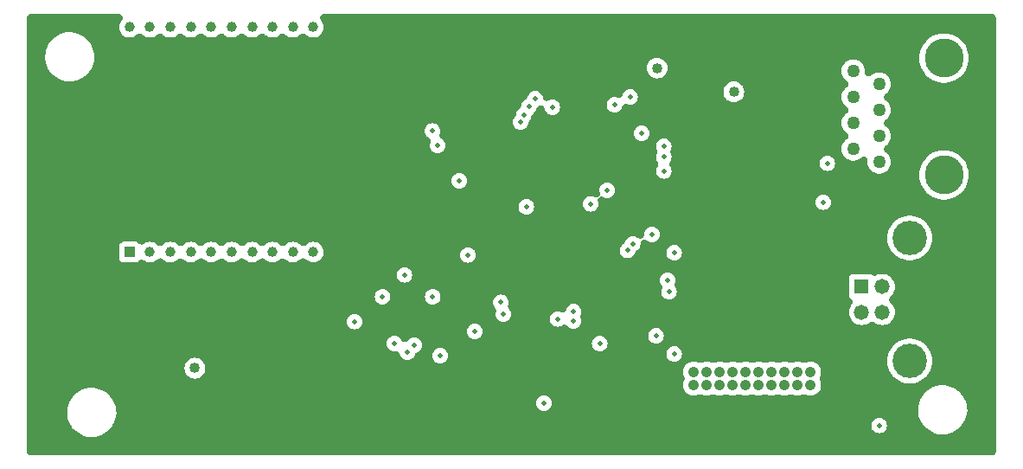
<source format=gbr>
%TF.GenerationSoftware,KiCad,Pcbnew,7.0.1*%
%TF.CreationDate,2023-04-09T14:50:30-07:00*%
%TF.ProjectId,Ground-Station-Telemetry,47726f75-6e64-42d5-9374-6174696f6e2d,rev?*%
%TF.SameCoordinates,Original*%
%TF.FileFunction,Copper,L2,Inr*%
%TF.FilePolarity,Positive*%
%FSLAX46Y46*%
G04 Gerber Fmt 4.6, Leading zero omitted, Abs format (unit mm)*
G04 Created by KiCad (PCBNEW 7.0.1) date 2023-04-09 14:50:30*
%MOMM*%
%LPD*%
G01*
G04 APERTURE LIST*
%TA.AperFunction,ComponentPad*%
%ADD10R,1.008000X1.008000*%
%TD*%
%TA.AperFunction,ComponentPad*%
%ADD11C,1.008000*%
%TD*%
%TA.AperFunction,ComponentPad*%
%ADD12C,1.270000*%
%TD*%
%TA.AperFunction,ComponentPad*%
%ADD13C,3.810000*%
%TD*%
%TA.AperFunction,ComponentPad*%
%ADD14C,1.066800*%
%TD*%
%TA.AperFunction,ComponentPad*%
%ADD15R,1.478000X1.478000*%
%TD*%
%TA.AperFunction,ComponentPad*%
%ADD16C,1.478000*%
%TD*%
%TA.AperFunction,ComponentPad*%
%ADD17C,3.366000*%
%TD*%
%TA.AperFunction,ViaPad*%
%ADD18C,0.500000*%
%TD*%
%TA.AperFunction,ViaPad*%
%ADD19C,1.016000*%
%TD*%
G04 APERTURE END LIST*
D10*
%TO.N,3.3V*%
%TO.C,U5*%
X141237500Y-95560000D03*
D11*
%TO.N,XBEE_TX*%
X143237500Y-95560000D03*
%TO.N,XBEE_RX*%
X145237500Y-95560000D03*
%TO.N,XBEE_MISO*%
X147237500Y-95560000D03*
%TO.N,~{XBEE_RST}*%
X149237500Y-95560000D03*
%TO.N,XBEE_PWM0*%
X151237500Y-95560000D03*
%TO.N,XBEE_PWM1*%
X153237500Y-95560000D03*
%TO.N,unconnected-(U5-NC-Pad8)*%
X155237500Y-95560000D03*
%TO.N,XBEE_DIO8*%
X157237500Y-95560000D03*
%TO.N,Earth*%
X159237500Y-95560000D03*
%TO.N,XBEE_MOSI*%
X159237500Y-73560000D03*
%TO.N,XBEE_DIO7*%
X157237500Y-73560000D03*
%TO.N,~{XBEE_SLEEP}*%
X155237500Y-73560000D03*
%TO.N,unconnected-(U5-VREF-Pad14)*%
X153237500Y-73560000D03*
%TO.N,XBEE_DIO5*%
X151237500Y-73560000D03*
%TO.N,XBEE_DIO6*%
X149237500Y-73560000D03*
%TO.N,XBEE_SS*%
X147237500Y-73560000D03*
%TO.N,XBEE_SCK*%
X145237500Y-73560000D03*
%TO.N,XBEE_DIO1*%
X143237500Y-73560000D03*
%TO.N,XBEE_DIO0*%
X141237500Y-73560000D03*
%TD*%
D12*
%TO.N,B*%
%TO.C,P3*%
X214630000Y-86741000D03*
%TO.N,A*%
X212090000Y-85471000D03*
%TO.N,unconnected-(P3-Pad3)*%
X214630000Y-84201000D03*
%TO.N,unconnected-(P3-Pad4)*%
X212090000Y-82931000D03*
%TO.N,unconnected-(P3-Pad5)*%
X214630000Y-81661000D03*
%TO.N,unconnected-(P3-Pad6)*%
X212090000Y-80391000D03*
%TO.N,Z*%
X214630000Y-79121000D03*
%TO.N,Y*%
X212090000Y-77851000D03*
D13*
%TO.N,N/C*%
X220980000Y-88011000D03*
X220980000Y-76581000D03*
%TD*%
D14*
%TO.N,3.3V*%
%TO.C,P1*%
X207899000Y-107303950D03*
X207899000Y-108573950D03*
%TO.N,Earth*%
X206629000Y-107303950D03*
X206629000Y-108573950D03*
X205359000Y-107303950D03*
X205359000Y-108573950D03*
%TO.N,SWDIO*%
X204089000Y-107303950D03*
%TO.N,Earth*%
X204089000Y-108573950D03*
%TO.N,SWCLK*%
X202819000Y-107303950D03*
%TO.N,Earth*%
X202819000Y-108573950D03*
%TO.N,unconnected-(P1-Pad11)*%
X201549000Y-107303950D03*
%TO.N,Earth*%
X201549000Y-108573950D03*
%TO.N,SWO*%
X200279000Y-107303950D03*
%TO.N,Earth*%
X200279000Y-108573950D03*
%TO.N,NRST*%
X199009000Y-107303950D03*
%TO.N,Earth*%
X199009000Y-108573950D03*
%TO.N,unconnected-(P1-Pad17)*%
X197739000Y-107303950D03*
%TO.N,Earth*%
X197739000Y-108573950D03*
%TO.N,unconnected-(P1-Pad19)*%
X196469000Y-107303950D03*
%TO.N,Earth*%
X196469000Y-108573950D03*
%TD*%
D15*
%TO.N,5V*%
%TO.C,P2*%
X212926500Y-98953000D03*
D16*
%TO.N,/Connectivity/D-*%
X212926500Y-101453000D03*
%TO.N,/Connectivity/D+*%
X214926500Y-101453000D03*
%TO.N,Earth*%
X214926500Y-98953000D03*
D17*
X217636500Y-106223000D03*
X217636500Y-94183000D03*
%TD*%
D18*
%TO.N,Earth*%
X163830000Y-99568000D03*
X206629000Y-110617000D03*
X197739000Y-110490000D03*
X202819000Y-110363000D03*
D19*
X217678000Y-98933000D03*
D18*
%TO.N,3.3V*%
X193548000Y-85217000D03*
%TO.N,Earth*%
X195453000Y-98933000D03*
X199009000Y-101219000D03*
X197231000Y-101219000D03*
%TO.N,5V*%
X188722000Y-81153000D03*
%TO.N,RS485_RX*%
X193548000Y-86233000D03*
%TO.N,RS485_TX*%
X193548000Y-87630000D03*
%TO.N,RS485_RX*%
X194056000Y-99441000D03*
%TO.N,RS485_TX*%
X193929000Y-98298000D03*
%TO.N,3.3V*%
X194564000Y-95631000D03*
%TO.N,Y*%
X209169000Y-90678000D03*
%TO.N,Z*%
X209550000Y-86868000D03*
%TO.N,Earth*%
X210312000Y-89154000D03*
X209931000Y-83566000D03*
X192659000Y-89535000D03*
D19*
X191820800Y-74608100D03*
D18*
X186625600Y-106361600D03*
X192620000Y-90590000D03*
D19*
X192312200Y-79925500D03*
D18*
X203964000Y-102489000D03*
X171284900Y-98513900D03*
X200152000Y-96520000D03*
X187579000Y-84836000D03*
D19*
X199136000Y-76581000D03*
X132080000Y-100736400D03*
X142443200Y-100939600D03*
X157388800Y-112918000D03*
D18*
X186563000Y-86106000D03*
X177228500Y-87566500D03*
X168402000Y-94107000D03*
X178562000Y-76327000D03*
X173648000Y-108419000D03*
X189992000Y-84455000D03*
%TO.N,NRST*%
X171652999Y-105715001D03*
D19*
%TO.N,5V*%
X200406000Y-79883000D03*
D18*
%TO.N,3.3V*%
X170929300Y-99936300D03*
X190246000Y-80391000D03*
X186374600Y-90841000D03*
X174377800Y-95841000D03*
X173532800Y-88595200D03*
X191389000Y-83947000D03*
D19*
X192887600Y-77554500D03*
D18*
X181813200Y-110337600D03*
X187274200Y-104521000D03*
D19*
X147640800Y-106918000D03*
D18*
X175040000Y-103344000D03*
X214630000Y-112522000D03*
%TO.N,SWDIO*%
X192379600Y-93827600D03*
%TO.N,SWCLK*%
X188010800Y-89509600D03*
%TO.N,SWO*%
X180086000Y-91135200D03*
%TO.N,XBEE_TX*%
X163271200Y-102362000D03*
%TO.N,XBEE_PWM0*%
X177850800Y-101650800D03*
%TO.N,XBEE_PWM1*%
X177596800Y-100482400D03*
%TO.N,XBEE_SS*%
X179527200Y-82854800D03*
%TO.N,LORA_SCK*%
X183134000Y-102108000D03*
X167182800Y-104495600D03*
%TO.N,LORA_MISO*%
X168452800Y-105359200D03*
X184708800Y-102311200D03*
%TO.N,LORA_MOSI*%
X184708800Y-101396800D03*
X169113200Y-104648000D03*
%TO.N,XBEE_DIO1*%
X170891200Y-83718400D03*
%TO.N,XBEE_DIO5*%
X180340000Y-81330800D03*
%TO.N,XBEE_DIO6*%
X179832000Y-82143600D03*
%TO.N,XBEE_DIO7*%
X182626000Y-81381600D03*
%TO.N,~{XBEE_SLEEP}*%
X180949600Y-80568800D03*
%TO.N,USB_RX*%
X189992000Y-95402400D03*
X192786000Y-103759000D03*
%TO.N,USB_TX*%
X194564000Y-105537000D03*
X190500000Y-94742000D03*
%TO.N,LORA_IO5*%
X168148000Y-97790000D03*
X166014400Y-99923600D03*
%TO.N,XBEE_DIO0*%
X171399200Y-85140800D03*
%TD*%
%TA.AperFunction,Conductor*%
%TO.N,Earth*%
G36*
X140308716Y-72283099D02*
G01*
X140416753Y-72339876D01*
X140501219Y-72427972D01*
X140553401Y-72538302D01*
X140567917Y-72659483D01*
X140543268Y-72779015D01*
X140481998Y-72884568D01*
X140391566Y-72994760D01*
X140297544Y-73170662D01*
X140239649Y-73361513D01*
X140220100Y-73560000D01*
X140239649Y-73758486D01*
X140297544Y-73949337D01*
X140297546Y-73949342D01*
X140391564Y-74125237D01*
X140391566Y-74125239D01*
X140518089Y-74279410D01*
X140611214Y-74355834D01*
X140672263Y-74405936D01*
X140848158Y-74499954D01*
X140897822Y-74515019D01*
X141039013Y-74557850D01*
X141237500Y-74577399D01*
X141435986Y-74557850D01*
X141540169Y-74526246D01*
X141626842Y-74499954D01*
X141802737Y-74405936D01*
X141929524Y-74301884D01*
X141985843Y-74255666D01*
X141986608Y-74256599D01*
X142026381Y-74220551D01*
X142127191Y-74172871D01*
X142237500Y-74156508D01*
X142347809Y-74172871D01*
X142448619Y-74220551D01*
X142488391Y-74256599D01*
X142489157Y-74255666D01*
X142585965Y-74335113D01*
X142672263Y-74405936D01*
X142848158Y-74499954D01*
X142897822Y-74515019D01*
X143039013Y-74557850D01*
X143237500Y-74577399D01*
X143435986Y-74557850D01*
X143540169Y-74526246D01*
X143626842Y-74499954D01*
X143802737Y-74405936D01*
X143929524Y-74301884D01*
X143985843Y-74255666D01*
X143986608Y-74256599D01*
X144026381Y-74220551D01*
X144127191Y-74172871D01*
X144237500Y-74156508D01*
X144347809Y-74172871D01*
X144448619Y-74220551D01*
X144488391Y-74256599D01*
X144489157Y-74255666D01*
X144585965Y-74335113D01*
X144672263Y-74405936D01*
X144848158Y-74499954D01*
X144897822Y-74515019D01*
X145039013Y-74557850D01*
X145237500Y-74577399D01*
X145435986Y-74557850D01*
X145540169Y-74526246D01*
X145626842Y-74499954D01*
X145802737Y-74405936D01*
X145929524Y-74301884D01*
X145985843Y-74255666D01*
X145986608Y-74256599D01*
X146026381Y-74220551D01*
X146127191Y-74172871D01*
X146237500Y-74156508D01*
X146347809Y-74172871D01*
X146448619Y-74220551D01*
X146488391Y-74256599D01*
X146489157Y-74255666D01*
X146585965Y-74335113D01*
X146672263Y-74405936D01*
X146848158Y-74499954D01*
X146897822Y-74515019D01*
X147039013Y-74557850D01*
X147237500Y-74577399D01*
X147435986Y-74557850D01*
X147540169Y-74526246D01*
X147626842Y-74499954D01*
X147802737Y-74405936D01*
X147929524Y-74301884D01*
X147985843Y-74255666D01*
X147986608Y-74256599D01*
X148026381Y-74220551D01*
X148127191Y-74172871D01*
X148237500Y-74156508D01*
X148347809Y-74172871D01*
X148448619Y-74220551D01*
X148488391Y-74256599D01*
X148489157Y-74255666D01*
X148585965Y-74335113D01*
X148672263Y-74405936D01*
X148848158Y-74499954D01*
X148897822Y-74515019D01*
X149039013Y-74557850D01*
X149237500Y-74577399D01*
X149435986Y-74557850D01*
X149540169Y-74526246D01*
X149626842Y-74499954D01*
X149802737Y-74405936D01*
X149929524Y-74301884D01*
X149985843Y-74255666D01*
X149986608Y-74256599D01*
X150026381Y-74220551D01*
X150127191Y-74172871D01*
X150237500Y-74156508D01*
X150347809Y-74172871D01*
X150448619Y-74220551D01*
X150488391Y-74256599D01*
X150489157Y-74255666D01*
X150585965Y-74335113D01*
X150672263Y-74405936D01*
X150848158Y-74499954D01*
X150897822Y-74515019D01*
X151039013Y-74557850D01*
X151237500Y-74577399D01*
X151435986Y-74557850D01*
X151540169Y-74526246D01*
X151626842Y-74499954D01*
X151802737Y-74405936D01*
X151929524Y-74301884D01*
X151985843Y-74255666D01*
X151986608Y-74256599D01*
X152026381Y-74220551D01*
X152127191Y-74172871D01*
X152237500Y-74156508D01*
X152347809Y-74172871D01*
X152448619Y-74220551D01*
X152488391Y-74256599D01*
X152489157Y-74255666D01*
X152585965Y-74335113D01*
X152672263Y-74405936D01*
X152848158Y-74499954D01*
X152897822Y-74515019D01*
X153039013Y-74557850D01*
X153237500Y-74577399D01*
X153435986Y-74557850D01*
X153540169Y-74526246D01*
X153626842Y-74499954D01*
X153802737Y-74405936D01*
X153929524Y-74301884D01*
X153985843Y-74255666D01*
X153986608Y-74256599D01*
X154026381Y-74220551D01*
X154127191Y-74172871D01*
X154237500Y-74156508D01*
X154347809Y-74172871D01*
X154448619Y-74220551D01*
X154488391Y-74256599D01*
X154489157Y-74255666D01*
X154585965Y-74335113D01*
X154672263Y-74405936D01*
X154848158Y-74499954D01*
X154897822Y-74515019D01*
X155039013Y-74557850D01*
X155237500Y-74577399D01*
X155435986Y-74557850D01*
X155540169Y-74526246D01*
X155626842Y-74499954D01*
X155802737Y-74405936D01*
X155929524Y-74301884D01*
X155985843Y-74255666D01*
X155986608Y-74256599D01*
X156026381Y-74220551D01*
X156127191Y-74172871D01*
X156237500Y-74156508D01*
X156347809Y-74172871D01*
X156448619Y-74220551D01*
X156488391Y-74256599D01*
X156489157Y-74255666D01*
X156585965Y-74335113D01*
X156672263Y-74405936D01*
X156848158Y-74499954D01*
X156897822Y-74515019D01*
X157039013Y-74557850D01*
X157237500Y-74577399D01*
X157435986Y-74557850D01*
X157540169Y-74526246D01*
X157626842Y-74499954D01*
X157802737Y-74405936D01*
X157929524Y-74301884D01*
X157985843Y-74255666D01*
X157986608Y-74256599D01*
X158026381Y-74220551D01*
X158127191Y-74172871D01*
X158237500Y-74156508D01*
X158347809Y-74172871D01*
X158448619Y-74220551D01*
X158488391Y-74256599D01*
X158489157Y-74255666D01*
X158585965Y-74335113D01*
X158672263Y-74405936D01*
X158848158Y-74499954D01*
X158897822Y-74515019D01*
X159039013Y-74557850D01*
X159237500Y-74577399D01*
X159435986Y-74557850D01*
X159540169Y-74526246D01*
X159626842Y-74499954D01*
X159802737Y-74405936D01*
X159956910Y-74279410D01*
X160083436Y-74125237D01*
X160177454Y-73949342D01*
X160235350Y-73758485D01*
X160254899Y-73560000D01*
X160235350Y-73361515D01*
X160235350Y-73361513D01*
X160177455Y-73170662D01*
X160177454Y-73170658D01*
X160083436Y-72994763D01*
X159993002Y-72884568D01*
X159931732Y-72779015D01*
X159907083Y-72659483D01*
X159921599Y-72538302D01*
X159973781Y-72427972D01*
X160058247Y-72339876D01*
X160166284Y-72283099D01*
X160286747Y-72263500D01*
X225679500Y-72263500D01*
X225796926Y-72282099D01*
X225902858Y-72336074D01*
X225986926Y-72420142D01*
X226040901Y-72526074D01*
X226059500Y-72643500D01*
X226059500Y-115062500D01*
X226040901Y-115179926D01*
X225986926Y-115285858D01*
X225902858Y-115369926D01*
X225796926Y-115423901D01*
X225679500Y-115442500D01*
X131571500Y-115442500D01*
X131454074Y-115423901D01*
X131348142Y-115369926D01*
X131264074Y-115285858D01*
X131210099Y-115179926D01*
X131191500Y-115062500D01*
X131191500Y-111174899D01*
X135136793Y-111174899D01*
X135146673Y-111482980D01*
X135194343Y-111777838D01*
X135195867Y-111787261D01*
X135283569Y-112082756D01*
X135408337Y-112364609D01*
X135568123Y-112628193D01*
X135568125Y-112628196D01*
X135568126Y-112628197D01*
X135618887Y-112691850D01*
X135760304Y-112869181D01*
X135981724Y-113083614D01*
X136228747Y-113267972D01*
X136497318Y-113419228D01*
X136783025Y-113534899D01*
X136783026Y-113534899D01*
X136783028Y-113534900D01*
X136875352Y-113559110D01*
X137081179Y-113613084D01*
X137341631Y-113646665D01*
X137386882Y-113652500D01*
X137386883Y-113652500D01*
X137617974Y-113652500D01*
X137617977Y-113652500D01*
X137716814Y-113646154D01*
X137848601Y-113637693D01*
X138151151Y-113578772D01*
X138443683Y-113481644D01*
X138721393Y-113347907D01*
X138979720Y-113179754D01*
X139214424Y-112979948D01*
X139421650Y-112751769D01*
X139581926Y-112522000D01*
X213866701Y-112522000D01*
X213885838Y-112691852D01*
X213942291Y-112853184D01*
X214021943Y-112979948D01*
X214033229Y-112997909D01*
X214154091Y-113118771D01*
X214154093Y-113118772D01*
X214154094Y-113118773D01*
X214251142Y-113179753D01*
X214298817Y-113209709D01*
X214460150Y-113266162D01*
X214630000Y-113285299D01*
X214799850Y-113266162D01*
X214961183Y-113209709D01*
X215105909Y-113118771D01*
X215226771Y-112997909D01*
X215317709Y-112853183D01*
X215374162Y-112691850D01*
X215393299Y-112522000D01*
X215374162Y-112352150D01*
X215317709Y-112190817D01*
X215226771Y-112046091D01*
X215105909Y-111925229D01*
X215105906Y-111925227D01*
X215105905Y-111925226D01*
X214961184Y-111834291D01*
X214799852Y-111777838D01*
X214630000Y-111758701D01*
X214460147Y-111777838D01*
X214298815Y-111834291D01*
X214154094Y-111925226D01*
X214033226Y-112046094D01*
X213942291Y-112190815D01*
X213885838Y-112352147D01*
X213866701Y-112522000D01*
X139581926Y-112522000D01*
X139597996Y-112498963D01*
X139740567Y-112225683D01*
X139847020Y-111936415D01*
X139915609Y-111635908D01*
X139945206Y-111329098D01*
X139935327Y-111021022D01*
X139886133Y-110716739D01*
X139798431Y-110421244D01*
X139761404Y-110337599D01*
X181049901Y-110337599D01*
X181069038Y-110507452D01*
X181125491Y-110668784D01*
X181187217Y-110767019D01*
X181216429Y-110813509D01*
X181337291Y-110934371D01*
X181337293Y-110934372D01*
X181337294Y-110934373D01*
X181475189Y-111021019D01*
X181482017Y-111025309D01*
X181643350Y-111081762D01*
X181813200Y-111100899D01*
X181983050Y-111081762D01*
X182144383Y-111025309D01*
X182289109Y-110934371D01*
X182302581Y-110920899D01*
X218448793Y-110920899D01*
X218458673Y-111228980D01*
X218499737Y-111482978D01*
X218507867Y-111533261D01*
X218595569Y-111828756D01*
X218720337Y-112110609D01*
X218880123Y-112374193D01*
X219072304Y-112615181D01*
X219293724Y-112829614D01*
X219540747Y-113013972D01*
X219809318Y-113165228D01*
X220095025Y-113280899D01*
X220095026Y-113280899D01*
X220095028Y-113280900D01*
X220187352Y-113305110D01*
X220393179Y-113359084D01*
X220653631Y-113392665D01*
X220698882Y-113398500D01*
X220698883Y-113398500D01*
X220929974Y-113398500D01*
X220929977Y-113398500D01*
X221028814Y-113392154D01*
X221160601Y-113383693D01*
X221463151Y-113324772D01*
X221755683Y-113227644D01*
X221855128Y-113179754D01*
X222033389Y-113093909D01*
X222033389Y-113093908D01*
X222033393Y-113093907D01*
X222291720Y-112925754D01*
X222526424Y-112725948D01*
X222733650Y-112497769D01*
X222909996Y-112244963D01*
X223052567Y-111971683D01*
X223159020Y-111682415D01*
X223227609Y-111381908D01*
X223257206Y-111075098D01*
X223247327Y-110767022D01*
X223198133Y-110462739D01*
X223110431Y-110167244D01*
X222985663Y-109885391D01*
X222825877Y-109621807D01*
X222633696Y-109380819D01*
X222412276Y-109166386D01*
X222398484Y-109156093D01*
X222165254Y-108982029D01*
X222165255Y-108982029D01*
X222165253Y-108982028D01*
X222003474Y-108890916D01*
X221896683Y-108830772D01*
X221610971Y-108715099D01*
X221312822Y-108636916D01*
X221007118Y-108597500D01*
X221007117Y-108597500D01*
X220776026Y-108597500D01*
X220776023Y-108597500D01*
X220545402Y-108612306D01*
X220242845Y-108671228D01*
X219950314Y-108768356D01*
X219672610Y-108902090D01*
X219414279Y-109070246D01*
X219179576Y-109270051D01*
X218972351Y-109498229D01*
X218796003Y-109751038D01*
X218653433Y-110024316D01*
X218546980Y-110313582D01*
X218522407Y-110421244D01*
X218478391Y-110614092D01*
X218478391Y-110614095D01*
X218448793Y-110920899D01*
X182302581Y-110920899D01*
X182409971Y-110813509D01*
X182500909Y-110668783D01*
X182557362Y-110507450D01*
X182576499Y-110337600D01*
X182557362Y-110167750D01*
X182500909Y-110006417D01*
X182409971Y-109861691D01*
X182289109Y-109740829D01*
X182289106Y-109740827D01*
X182289105Y-109740826D01*
X182144384Y-109649891D01*
X181983052Y-109593438D01*
X181813200Y-109574301D01*
X181643347Y-109593438D01*
X181482015Y-109649891D01*
X181337294Y-109740826D01*
X181216426Y-109861694D01*
X181125491Y-110006415D01*
X181069038Y-110167747D01*
X181049901Y-110337599D01*
X139761404Y-110337599D01*
X139673663Y-110139391D01*
X139513877Y-109875807D01*
X139321696Y-109634819D01*
X139125124Y-109444450D01*
X139100275Y-109420385D01*
X138853254Y-109236029D01*
X138853255Y-109236029D01*
X138853253Y-109236028D01*
X138729596Y-109166386D01*
X138584683Y-109084772D01*
X138298971Y-108969099D01*
X138000822Y-108890916D01*
X137695118Y-108851500D01*
X137695117Y-108851500D01*
X137464026Y-108851500D01*
X137464023Y-108851500D01*
X137233402Y-108866306D01*
X136930845Y-108925228D01*
X136638314Y-109022356D01*
X136360610Y-109156090D01*
X136102279Y-109324246D01*
X135867576Y-109524051D01*
X135660351Y-109752229D01*
X135484003Y-110005038D01*
X135341433Y-110278316D01*
X135234980Y-110567582D01*
X135224365Y-110614092D01*
X135166391Y-110868092D01*
X135166391Y-110868095D01*
X135136793Y-111174899D01*
X131191500Y-111174899D01*
X131191500Y-106918000D01*
X146619381Y-106918000D01*
X146639007Y-107117268D01*
X146697132Y-107308879D01*
X146791520Y-107485467D01*
X146791522Y-107485469D01*
X146918548Y-107640252D01*
X147049795Y-107747963D01*
X147073332Y-107767279D01*
X147186937Y-107828002D01*
X147249920Y-107861667D01*
X147441531Y-107919792D01*
X147640800Y-107939418D01*
X147840069Y-107919792D01*
X148031680Y-107861667D01*
X148208269Y-107767278D01*
X148363052Y-107640252D01*
X148490078Y-107485469D01*
X148584467Y-107308880D01*
X148585963Y-107303950D01*
X195422058Y-107303950D01*
X195442175Y-107508197D01*
X195501753Y-107704597D01*
X195531553Y-107760350D01*
X195571347Y-107877580D01*
X195571346Y-108001379D01*
X195531552Y-108118609D01*
X195502218Y-108173488D01*
X195442667Y-108369803D01*
X195422560Y-108573949D01*
X195442667Y-108778096D01*
X195502217Y-108974409D01*
X195598917Y-109155320D01*
X195729055Y-109313894D01*
X195887629Y-109444032D01*
X196068540Y-109540732D01*
X196264853Y-109600282D01*
X196469000Y-109620389D01*
X196673146Y-109600282D01*
X196869454Y-109540733D01*
X196924866Y-109511115D01*
X197042099Y-109471320D01*
X197165901Y-109471320D01*
X197283134Y-109511115D01*
X197338545Y-109540733D01*
X197534853Y-109600282D01*
X197739000Y-109620389D01*
X197943146Y-109600282D01*
X198139454Y-109540733D01*
X198194866Y-109511115D01*
X198312099Y-109471320D01*
X198435901Y-109471320D01*
X198553134Y-109511115D01*
X198608545Y-109540733D01*
X198804853Y-109600282D01*
X199009000Y-109620389D01*
X199213146Y-109600282D01*
X199409454Y-109540733D01*
X199464866Y-109511115D01*
X199582099Y-109471320D01*
X199705901Y-109471320D01*
X199823134Y-109511115D01*
X199878545Y-109540733D01*
X200074853Y-109600282D01*
X200279000Y-109620389D01*
X200483146Y-109600282D01*
X200679454Y-109540733D01*
X200734866Y-109511115D01*
X200852099Y-109471320D01*
X200975901Y-109471320D01*
X201093134Y-109511115D01*
X201148545Y-109540733D01*
X201344853Y-109600282D01*
X201549000Y-109620389D01*
X201753146Y-109600282D01*
X201949454Y-109540733D01*
X202004866Y-109511115D01*
X202122099Y-109471320D01*
X202245901Y-109471320D01*
X202363134Y-109511115D01*
X202418545Y-109540733D01*
X202614853Y-109600282D01*
X202819000Y-109620389D01*
X203023146Y-109600282D01*
X203219454Y-109540733D01*
X203274866Y-109511115D01*
X203392099Y-109471320D01*
X203515901Y-109471320D01*
X203633134Y-109511115D01*
X203688545Y-109540733D01*
X203884853Y-109600282D01*
X204089000Y-109620389D01*
X204293146Y-109600282D01*
X204489454Y-109540733D01*
X204544866Y-109511115D01*
X204662099Y-109471320D01*
X204785901Y-109471320D01*
X204903134Y-109511115D01*
X204958545Y-109540733D01*
X205154853Y-109600282D01*
X205359000Y-109620389D01*
X205563146Y-109600282D01*
X205759454Y-109540733D01*
X205814866Y-109511115D01*
X205932099Y-109471320D01*
X206055901Y-109471320D01*
X206173134Y-109511115D01*
X206228545Y-109540733D01*
X206424853Y-109600282D01*
X206629000Y-109620389D01*
X206833146Y-109600282D01*
X207029455Y-109540733D01*
X207084335Y-109511399D01*
X207201567Y-109471603D01*
X207325368Y-109471602D01*
X207442600Y-109511397D01*
X207497483Y-109540732D01*
X207498353Y-109541197D01*
X207694752Y-109600774D01*
X207899000Y-109620891D01*
X208103248Y-109600774D01*
X208299647Y-109541197D01*
X208480649Y-109444450D01*
X208639299Y-109314249D01*
X208769500Y-109155599D01*
X208866247Y-108974597D01*
X208925824Y-108778198D01*
X208945941Y-108573950D01*
X208925824Y-108369702D01*
X208866247Y-108173303D01*
X208836729Y-108118078D01*
X208796936Y-108000850D01*
X208796936Y-107877050D01*
X208836730Y-107759819D01*
X208866247Y-107704597D01*
X208925824Y-107508198D01*
X208945941Y-107303950D01*
X208925824Y-107099702D01*
X208866247Y-106903303D01*
X208769500Y-106722301D01*
X208766570Y-106718731D01*
X208639299Y-106563650D01*
X208480648Y-106433449D01*
X208299648Y-106336703D01*
X208103247Y-106277125D01*
X207899000Y-106257008D01*
X207694752Y-106277125D01*
X207498351Y-106336703D01*
X207442597Y-106366504D01*
X207325367Y-106406297D01*
X207201568Y-106406296D01*
X207084338Y-106366502D01*
X207029455Y-106337166D01*
X206833146Y-106277617D01*
X206629000Y-106257510D01*
X206424853Y-106277617D01*
X206228541Y-106337167D01*
X206173131Y-106366785D01*
X206055900Y-106406579D01*
X205932100Y-106406579D01*
X205814869Y-106366785D01*
X205759458Y-106337167D01*
X205563146Y-106277617D01*
X205359000Y-106257510D01*
X205154853Y-106277617D01*
X204958538Y-106337168D01*
X204903659Y-106366502D01*
X204786429Y-106406296D01*
X204662630Y-106406297D01*
X204545400Y-106366503D01*
X204489647Y-106336703D01*
X204293247Y-106277125D01*
X204089000Y-106257008D01*
X203884752Y-106277125D01*
X203688354Y-106336702D01*
X203633128Y-106366221D01*
X203515899Y-106406014D01*
X203392101Y-106406014D01*
X203274872Y-106366221D01*
X203219645Y-106336702D01*
X203023247Y-106277125D01*
X202819000Y-106257008D01*
X202614752Y-106277125D01*
X202418354Y-106336702D01*
X202363128Y-106366221D01*
X202245899Y-106406014D01*
X202122101Y-106406014D01*
X202004872Y-106366221D01*
X201949645Y-106336702D01*
X201753247Y-106277125D01*
X201549000Y-106257008D01*
X201344752Y-106277125D01*
X201148354Y-106336702D01*
X201093128Y-106366221D01*
X200975899Y-106406014D01*
X200852101Y-106406014D01*
X200734872Y-106366221D01*
X200679645Y-106336702D01*
X200483247Y-106277125D01*
X200279000Y-106257008D01*
X200074752Y-106277125D01*
X199878354Y-106336702D01*
X199823128Y-106366221D01*
X199705899Y-106406014D01*
X199582101Y-106406014D01*
X199464872Y-106366221D01*
X199409645Y-106336702D01*
X199213247Y-106277125D01*
X199009000Y-106257008D01*
X198804752Y-106277125D01*
X198608354Y-106336702D01*
X198553128Y-106366221D01*
X198435899Y-106406014D01*
X198312101Y-106406014D01*
X198194872Y-106366221D01*
X198139645Y-106336702D01*
X197943247Y-106277125D01*
X197739000Y-106257008D01*
X197534752Y-106277125D01*
X197338354Y-106336702D01*
X197283128Y-106366221D01*
X197165899Y-106406014D01*
X197042101Y-106406014D01*
X196924872Y-106366221D01*
X196869645Y-106336702D01*
X196673247Y-106277125D01*
X196469000Y-106257008D01*
X196264752Y-106277125D01*
X196068351Y-106336703D01*
X195887351Y-106433449D01*
X195728700Y-106563650D01*
X195598499Y-106722301D01*
X195501753Y-106903301D01*
X195442175Y-107099702D01*
X195422058Y-107303950D01*
X148585963Y-107303950D01*
X148642592Y-107117269D01*
X148662218Y-106918000D01*
X148642592Y-106718731D01*
X148584467Y-106527120D01*
X148534399Y-106433449D01*
X148490079Y-106350532D01*
X148458271Y-106311774D01*
X148363052Y-106195748D01*
X148208269Y-106068722D01*
X148208270Y-106068722D01*
X148208267Y-106068720D01*
X148031679Y-105974332D01*
X147840068Y-105916207D01*
X147640800Y-105896581D01*
X147441531Y-105916207D01*
X147249920Y-105974332D01*
X147073332Y-106068720D01*
X146918548Y-106195748D01*
X146791520Y-106350532D01*
X146697132Y-106527120D01*
X146639007Y-106718731D01*
X146619381Y-106918000D01*
X131191500Y-106918000D01*
X131191500Y-104495599D01*
X166419501Y-104495599D01*
X166438638Y-104665452D01*
X166495091Y-104826784D01*
X166566372Y-104940226D01*
X166586029Y-104971509D01*
X166706891Y-105092371D01*
X166706893Y-105092372D01*
X166706894Y-105092373D01*
X166757076Y-105123905D01*
X166851617Y-105183309D01*
X167012950Y-105239762D01*
X167182800Y-105258899D01*
X167296618Y-105246075D01*
X167398606Y-105248365D01*
X167496313Y-105277705D01*
X167582693Y-105331981D01*
X167651520Y-105407281D01*
X167697835Y-105498179D01*
X167765091Y-105690384D01*
X167856026Y-105835105D01*
X167856029Y-105835109D01*
X167976891Y-105955971D01*
X167976893Y-105955972D01*
X167976894Y-105955973D01*
X168120464Y-106046185D01*
X168121617Y-106046909D01*
X168282950Y-106103362D01*
X168452800Y-106122499D01*
X168622650Y-106103362D01*
X168783983Y-106046909D01*
X168928709Y-105955971D01*
X169049571Y-105835109D01*
X169110196Y-105738624D01*
X169125041Y-105715000D01*
X170889700Y-105715000D01*
X170908837Y-105884853D01*
X170965290Y-106046185D01*
X171020326Y-106133773D01*
X171056228Y-106190910D01*
X171177090Y-106311772D01*
X171177092Y-106311773D01*
X171177093Y-106311774D01*
X171264191Y-106366502D01*
X171321816Y-106402710D01*
X171483149Y-106459163D01*
X171652999Y-106478300D01*
X171822849Y-106459163D01*
X171984182Y-106402710D01*
X172128908Y-106311772D01*
X172249770Y-106190910D01*
X172340708Y-106046184D01*
X172397161Y-105884851D01*
X172416298Y-105715001D01*
X172397161Y-105545151D01*
X172394309Y-105537000D01*
X193800701Y-105537000D01*
X193819838Y-105706852D01*
X193876291Y-105868184D01*
X193967226Y-106012905D01*
X193967229Y-106012909D01*
X194088091Y-106133771D01*
X194088093Y-106133772D01*
X194088094Y-106133773D01*
X194179026Y-106190910D01*
X194232817Y-106224709D01*
X194394150Y-106281162D01*
X194564000Y-106300299D01*
X194733850Y-106281162D01*
X194895183Y-106224709D01*
X194897903Y-106223000D01*
X215440379Y-106223000D01*
X215460835Y-106522039D01*
X215521817Y-106815506D01*
X215622193Y-107097936D01*
X215760091Y-107364068D01*
X215932943Y-107608943D01*
X216137530Y-107828002D01*
X216370044Y-108017166D01*
X216626140Y-108172901D01*
X216901061Y-108292317D01*
X217189684Y-108373185D01*
X217486634Y-108414000D01*
X217786366Y-108414000D01*
X218083315Y-108373185D01*
X218371938Y-108292317D01*
X218646859Y-108172901D01*
X218902955Y-108017166D01*
X219135469Y-107828002D01*
X219340056Y-107608943D01*
X219512908Y-107364068D01*
X219650806Y-107097936D01*
X219751182Y-106815506D01*
X219812164Y-106522039D01*
X219832620Y-106223000D01*
X219812164Y-105923960D01*
X219751182Y-105630493D01*
X219650806Y-105348063D01*
X219512908Y-105081931D01*
X219340056Y-104837056D01*
X219135469Y-104617997D01*
X218902955Y-104428833D01*
X218646859Y-104273098D01*
X218371938Y-104153682D01*
X218083315Y-104072814D01*
X217786366Y-104032000D01*
X217486634Y-104032000D01*
X217189684Y-104072814D01*
X216901061Y-104153682D01*
X216626140Y-104273098D01*
X216370044Y-104428833D01*
X216137530Y-104617997D01*
X215932943Y-104837056D01*
X215760091Y-105081931D01*
X215622193Y-105348063D01*
X215521817Y-105630493D01*
X215460835Y-105923960D01*
X215440379Y-106223000D01*
X194897903Y-106223000D01*
X195039909Y-106133771D01*
X195160771Y-106012909D01*
X195251709Y-105868183D01*
X195308162Y-105706850D01*
X195327299Y-105537000D01*
X195308162Y-105367150D01*
X195251709Y-105205817D01*
X195200242Y-105123909D01*
X195160773Y-105061094D01*
X195160772Y-105061093D01*
X195160771Y-105061091D01*
X195039909Y-104940229D01*
X195039906Y-104940227D01*
X195039905Y-104940226D01*
X194895184Y-104849291D01*
X194733852Y-104792838D01*
X194620616Y-104780079D01*
X194564000Y-104773701D01*
X194563999Y-104773701D01*
X194394147Y-104792838D01*
X194232815Y-104849291D01*
X194088094Y-104940226D01*
X193967226Y-105061094D01*
X193876291Y-105205815D01*
X193819838Y-105367147D01*
X193800701Y-105537000D01*
X172394309Y-105537000D01*
X172340708Y-105383818D01*
X172325239Y-105359200D01*
X172249772Y-105239095D01*
X172249771Y-105239094D01*
X172249770Y-105239092D01*
X172128908Y-105118230D01*
X172128905Y-105118228D01*
X172128904Y-105118227D01*
X171984183Y-105027292D01*
X171822851Y-104970839D01*
X171652999Y-104951702D01*
X171483146Y-104970839D01*
X171321814Y-105027292D01*
X171177093Y-105118227D01*
X171056225Y-105239095D01*
X170965290Y-105383816D01*
X170908837Y-105545148D01*
X170889700Y-105715000D01*
X169125041Y-105715000D01*
X169140508Y-105690385D01*
X169161465Y-105630493D01*
X169179093Y-105580115D01*
X169232019Y-105479973D01*
X169312116Y-105399876D01*
X169412261Y-105346948D01*
X169444383Y-105335709D01*
X169589109Y-105244771D01*
X169709971Y-105123909D01*
X169800909Y-104979183D01*
X169857362Y-104817850D01*
X169876499Y-104648000D01*
X169862190Y-104520999D01*
X186510901Y-104520999D01*
X186530038Y-104690852D01*
X186586491Y-104852184D01*
X186677426Y-104996905D01*
X186677429Y-104996909D01*
X186798291Y-105117771D01*
X186798293Y-105117772D01*
X186798294Y-105117773D01*
X186912207Y-105189350D01*
X186943017Y-105208709D01*
X187104350Y-105265162D01*
X187274200Y-105284299D01*
X187444050Y-105265162D01*
X187605383Y-105208709D01*
X187750109Y-105117771D01*
X187870971Y-104996909D01*
X187961909Y-104852183D01*
X188018362Y-104690850D01*
X188037499Y-104521000D01*
X188018362Y-104351150D01*
X187961909Y-104189817D01*
X187899304Y-104090183D01*
X187870973Y-104045094D01*
X187870972Y-104045093D01*
X187870971Y-104045091D01*
X187750109Y-103924229D01*
X187750106Y-103924227D01*
X187750105Y-103924226D01*
X187605384Y-103833291D01*
X187444052Y-103776838D01*
X187285729Y-103759000D01*
X192022701Y-103759000D01*
X192041838Y-103928852D01*
X192098291Y-104090184D01*
X192189226Y-104234905D01*
X192189229Y-104234909D01*
X192310091Y-104355771D01*
X192310093Y-104355772D01*
X192310094Y-104355773D01*
X192426367Y-104428833D01*
X192454817Y-104446709D01*
X192616150Y-104503162D01*
X192786000Y-104522299D01*
X192955850Y-104503162D01*
X193117183Y-104446709D01*
X193261909Y-104355771D01*
X193382771Y-104234909D01*
X193473709Y-104090183D01*
X193530162Y-103928850D01*
X193549299Y-103759000D01*
X193530162Y-103589150D01*
X193473709Y-103427817D01*
X193382771Y-103283091D01*
X193261909Y-103162229D01*
X193261906Y-103162227D01*
X193261905Y-103162226D01*
X193117184Y-103071291D01*
X192955852Y-103014838D01*
X192786000Y-102995701D01*
X192616147Y-103014838D01*
X192454815Y-103071291D01*
X192310094Y-103162226D01*
X192189226Y-103283094D01*
X192098291Y-103427815D01*
X192041838Y-103589147D01*
X192022701Y-103759000D01*
X187285729Y-103759000D01*
X187274200Y-103757701D01*
X187104347Y-103776838D01*
X186943015Y-103833291D01*
X186798294Y-103924226D01*
X186677426Y-104045094D01*
X186586491Y-104189815D01*
X186530038Y-104351147D01*
X186510901Y-104520999D01*
X169862190Y-104520999D01*
X169857362Y-104478150D01*
X169800909Y-104316817D01*
X169773438Y-104273098D01*
X169709973Y-104172094D01*
X169709972Y-104172093D01*
X169709971Y-104172091D01*
X169589109Y-104051229D01*
X169589106Y-104051227D01*
X169589105Y-104051226D01*
X169444384Y-103960291D01*
X169283052Y-103903838D01*
X169169816Y-103891079D01*
X169113200Y-103884701D01*
X169113199Y-103884701D01*
X168943347Y-103903838D01*
X168782015Y-103960291D01*
X168637294Y-104051226D01*
X168513549Y-104174971D01*
X168446810Y-104253365D01*
X168355245Y-104312967D01*
X168250506Y-104344052D01*
X168141252Y-104344052D01*
X168036513Y-104312966D01*
X167944948Y-104253364D01*
X167874126Y-104170173D01*
X167779572Y-104019693D01*
X167779571Y-104019691D01*
X167658709Y-103898829D01*
X167658706Y-103898827D01*
X167658705Y-103898826D01*
X167513984Y-103807891D01*
X167352652Y-103751438D01*
X167239416Y-103738679D01*
X167182800Y-103732301D01*
X167182799Y-103732301D01*
X167012947Y-103751438D01*
X166851615Y-103807891D01*
X166706894Y-103898826D01*
X166586026Y-104019694D01*
X166495091Y-104164415D01*
X166438638Y-104325747D01*
X166419501Y-104495599D01*
X131191500Y-104495599D01*
X131191500Y-103344000D01*
X174276701Y-103344000D01*
X174295838Y-103513852D01*
X174352291Y-103675184D01*
X174443226Y-103819905D01*
X174443229Y-103819909D01*
X174564091Y-103940771D01*
X174564093Y-103940772D01*
X174564094Y-103940773D01*
X174689693Y-104019693D01*
X174708817Y-104031709D01*
X174870150Y-104088162D01*
X175040000Y-104107299D01*
X175209850Y-104088162D01*
X175371183Y-104031709D01*
X175515909Y-103940771D01*
X175636771Y-103819909D01*
X175727709Y-103675183D01*
X175784162Y-103513850D01*
X175803299Y-103344000D01*
X175784162Y-103174150D01*
X175727709Y-103012817D01*
X175718969Y-102998908D01*
X175636773Y-102868094D01*
X175636772Y-102868093D01*
X175636771Y-102868091D01*
X175515909Y-102747229D01*
X175515906Y-102747227D01*
X175515905Y-102747226D01*
X175371184Y-102656291D01*
X175209852Y-102599838D01*
X175040000Y-102580701D01*
X174870147Y-102599838D01*
X174708815Y-102656291D01*
X174564094Y-102747226D01*
X174443226Y-102868094D01*
X174352291Y-103012815D01*
X174295838Y-103174147D01*
X174276701Y-103344000D01*
X131191500Y-103344000D01*
X131191500Y-102362000D01*
X162507901Y-102362000D01*
X162527038Y-102531852D01*
X162583491Y-102693184D01*
X162674426Y-102837905D01*
X162674429Y-102837909D01*
X162795291Y-102958771D01*
X162795293Y-102958772D01*
X162795294Y-102958773D01*
X162884520Y-103014838D01*
X162940017Y-103049709D01*
X163101350Y-103106162D01*
X163271200Y-103125299D01*
X163441050Y-103106162D01*
X163602383Y-103049709D01*
X163747109Y-102958771D01*
X163867971Y-102837909D01*
X163958909Y-102693183D01*
X164015362Y-102531850D01*
X164034499Y-102362000D01*
X164015362Y-102192150D01*
X163958909Y-102030817D01*
X163928224Y-101981983D01*
X163867973Y-101886094D01*
X163867972Y-101886093D01*
X163867971Y-101886091D01*
X163747109Y-101765229D01*
X163747106Y-101765227D01*
X163747105Y-101765226D01*
X163602384Y-101674291D01*
X163441052Y-101617838D01*
X163271200Y-101598701D01*
X163101347Y-101617838D01*
X162940015Y-101674291D01*
X162795294Y-101765226D01*
X162674426Y-101886094D01*
X162583491Y-102030815D01*
X162527038Y-102192147D01*
X162507901Y-102362000D01*
X131191500Y-102362000D01*
X131191500Y-99923600D01*
X165251101Y-99923600D01*
X165270238Y-100093452D01*
X165326691Y-100254784D01*
X165417626Y-100399505D01*
X165417629Y-100399509D01*
X165538491Y-100520371D01*
X165538493Y-100520372D01*
X165538494Y-100520373D01*
X165547998Y-100526345D01*
X165683217Y-100611309D01*
X165844550Y-100667762D01*
X166014400Y-100686899D01*
X166184250Y-100667762D01*
X166345583Y-100611309D01*
X166490309Y-100520371D01*
X166611171Y-100399509D01*
X166702109Y-100254783D01*
X166758562Y-100093450D01*
X166776268Y-99936300D01*
X170166001Y-99936300D01*
X170166216Y-99938204D01*
X170185138Y-100106152D01*
X170241591Y-100267484D01*
X170324546Y-100399505D01*
X170332529Y-100412209D01*
X170453391Y-100533071D01*
X170453393Y-100533072D01*
X170453394Y-100533073D01*
X170577903Y-100611308D01*
X170598117Y-100624009D01*
X170759450Y-100680462D01*
X170929300Y-100699599D01*
X171099150Y-100680462D01*
X171260483Y-100624009D01*
X171405209Y-100533071D01*
X171455880Y-100482400D01*
X176833501Y-100482400D01*
X176852638Y-100652252D01*
X176909091Y-100813584D01*
X177000026Y-100958305D01*
X177000029Y-100958309D01*
X177045646Y-101003926D01*
X177109527Y-101088810D01*
X177147414Y-101188064D01*
X177156344Y-101293929D01*
X177135618Y-101398128D01*
X177106638Y-101480947D01*
X177087501Y-101650800D01*
X177106638Y-101820652D01*
X177163091Y-101981984D01*
X177242273Y-102108000D01*
X177254029Y-102126709D01*
X177374891Y-102247571D01*
X177374893Y-102247572D01*
X177374894Y-102247573D01*
X177423082Y-102277852D01*
X177519617Y-102338509D01*
X177680950Y-102394962D01*
X177850800Y-102414099D01*
X178020650Y-102394962D01*
X178181983Y-102338509D01*
X178326709Y-102247571D01*
X178447571Y-102126709D01*
X178459327Y-102108000D01*
X182370701Y-102108000D01*
X182372809Y-102126709D01*
X182389838Y-102277852D01*
X182446291Y-102439184D01*
X182535213Y-102580701D01*
X182537229Y-102583909D01*
X182658091Y-102704771D01*
X182802817Y-102795709D01*
X182964150Y-102852162D01*
X183134000Y-102871299D01*
X183303850Y-102852162D01*
X183465183Y-102795709D01*
X183609909Y-102704771D01*
X183609910Y-102704769D01*
X183611113Y-102704014D01*
X183703998Y-102661823D01*
X183804759Y-102645864D01*
X183906136Y-102657286D01*
X184000820Y-102695266D01*
X184081988Y-102757067D01*
X184112026Y-102787105D01*
X184112029Y-102787109D01*
X184232891Y-102907971D01*
X184232893Y-102907972D01*
X184232894Y-102907973D01*
X184372511Y-102995701D01*
X184377617Y-102998909D01*
X184538950Y-103055362D01*
X184708800Y-103074499D01*
X184878650Y-103055362D01*
X185039983Y-102998909D01*
X185184709Y-102907971D01*
X185305571Y-102787109D01*
X185396509Y-102642383D01*
X185452962Y-102481050D01*
X185472099Y-102311200D01*
X185452962Y-102141350D01*
X185396509Y-101980017D01*
X185396330Y-101979505D01*
X185377395Y-101896545D01*
X185377395Y-101811452D01*
X185396331Y-101728492D01*
X185416639Y-101670454D01*
X185452962Y-101566650D01*
X185465767Y-101452999D01*
X211674234Y-101452999D01*
X211689904Y-101632094D01*
X211693260Y-101670454D01*
X211749756Y-101881300D01*
X211755973Y-101894633D01*
X211842007Y-102079135D01*
X211967203Y-102257933D01*
X211967206Y-102257936D01*
X211967209Y-102257940D01*
X212121560Y-102412291D01*
X212121563Y-102412293D01*
X212121566Y-102412296D01*
X212300364Y-102537492D01*
X212379284Y-102574292D01*
X212498200Y-102629744D01*
X212709046Y-102686240D01*
X212926500Y-102705265D01*
X213143954Y-102686240D01*
X213354800Y-102629744D01*
X213552633Y-102537493D01*
X213708546Y-102428321D01*
X213812231Y-102377190D01*
X213926500Y-102359602D01*
X214040769Y-102377190D01*
X214144453Y-102428321D01*
X214300367Y-102537493D01*
X214498200Y-102629744D01*
X214709046Y-102686240D01*
X214926500Y-102705265D01*
X215143954Y-102686240D01*
X215354800Y-102629744D01*
X215552633Y-102537493D01*
X215552633Y-102537492D01*
X215552635Y-102537492D01*
X215731433Y-102412296D01*
X215731433Y-102412295D01*
X215731440Y-102412291D01*
X215885791Y-102257940D01*
X215893050Y-102247573D01*
X216010992Y-102079135D01*
X216056294Y-101981984D01*
X216103244Y-101881300D01*
X216159740Y-101670454D01*
X216178765Y-101453000D01*
X216159740Y-101235546D01*
X216103244Y-101024700D01*
X216010993Y-100826868D01*
X215885791Y-100648060D01*
X215731440Y-100493709D01*
X215731436Y-100493706D01*
X215709077Y-100471347D01*
X215639195Y-100375162D01*
X215602456Y-100262091D01*
X215602457Y-100143200D01*
X215639196Y-100030129D01*
X215709078Y-99933945D01*
X215885405Y-99757618D01*
X216010558Y-99578882D01*
X216102770Y-99381129D01*
X216159245Y-99170364D01*
X216178263Y-98952999D01*
X216159245Y-98735635D01*
X216102770Y-98524867D01*
X216010560Y-98327121D01*
X215885407Y-98148384D01*
X215731115Y-97994092D01*
X215552382Y-97868941D01*
X215354629Y-97776729D01*
X215143864Y-97720254D01*
X214926500Y-97701236D01*
X214709135Y-97720254D01*
X214498370Y-97776729D01*
X214354279Y-97843919D01*
X214256700Y-97874260D01*
X214154564Y-97877502D01*
X214055258Y-97853410D01*
X213965961Y-97803727D01*
X213911703Y-97763110D01*
X213774702Y-97712011D01*
X213744419Y-97708755D01*
X213714138Y-97705500D01*
X212138862Y-97705500D01*
X212118674Y-97707670D01*
X212078297Y-97712011D01*
X211941296Y-97763110D01*
X211824238Y-97850738D01*
X211736610Y-97967796D01*
X211685511Y-98104797D01*
X211681170Y-98145174D01*
X211679000Y-98165362D01*
X211679000Y-99740638D01*
X211681775Y-99766447D01*
X211685511Y-99801202D01*
X211736610Y-99938203D01*
X211824237Y-100055259D01*
X211824238Y-100055259D01*
X211824239Y-100055261D01*
X211895672Y-100108735D01*
X211977135Y-100192028D01*
X212029533Y-100296088D01*
X212047942Y-100411132D01*
X212030630Y-100526345D01*
X211979224Y-100630899D01*
X211842008Y-100826864D01*
X211749756Y-101024699D01*
X211693260Y-101235545D01*
X211674234Y-101452999D01*
X185465767Y-101452999D01*
X185472099Y-101396800D01*
X185452962Y-101226950D01*
X185396509Y-101065617D01*
X185383170Y-101044389D01*
X185305573Y-100920894D01*
X185305572Y-100920893D01*
X185305571Y-100920891D01*
X185184709Y-100800029D01*
X185184706Y-100800027D01*
X185184705Y-100800026D01*
X185039984Y-100709091D01*
X184878652Y-100652638D01*
X184765416Y-100639879D01*
X184708800Y-100633501D01*
X184708799Y-100633501D01*
X184538947Y-100652638D01*
X184377615Y-100709091D01*
X184232894Y-100800026D01*
X184112026Y-100920894D01*
X184021091Y-101065615D01*
X183975387Y-101196229D01*
X183919048Y-101300923D01*
X183833115Y-101383083D01*
X183725999Y-101434667D01*
X183608185Y-101450625D01*
X183491206Y-101429397D01*
X183303850Y-101363838D01*
X183134000Y-101344701D01*
X183133999Y-101344701D01*
X182964147Y-101363838D01*
X182802815Y-101420291D01*
X182658094Y-101511226D01*
X182537226Y-101632094D01*
X182446291Y-101776815D01*
X182389838Y-101938147D01*
X182385121Y-101980017D01*
X182370701Y-102108000D01*
X178459327Y-102108000D01*
X178538509Y-101981983D01*
X178594962Y-101820650D01*
X178614099Y-101650800D01*
X178594962Y-101480950D01*
X178538509Y-101319617D01*
X178447571Y-101174891D01*
X178401952Y-101129272D01*
X178338072Y-101044389D01*
X178300184Y-100945133D01*
X178291255Y-100839267D01*
X178311981Y-100735072D01*
X178340962Y-100652250D01*
X178360099Y-100482400D01*
X178340962Y-100312550D01*
X178284509Y-100151217D01*
X178256191Y-100106150D01*
X178193573Y-100006494D01*
X178193572Y-100006493D01*
X178193571Y-100006491D01*
X178072709Y-99885629D01*
X178072706Y-99885627D01*
X178072705Y-99885626D01*
X177927984Y-99794691D01*
X177766652Y-99738238D01*
X177596800Y-99719101D01*
X177426947Y-99738238D01*
X177265615Y-99794691D01*
X177120894Y-99885626D01*
X177000026Y-100006494D01*
X176909091Y-100151215D01*
X176852638Y-100312547D01*
X176833501Y-100482400D01*
X171455880Y-100482400D01*
X171526071Y-100412209D01*
X171617009Y-100267483D01*
X171673462Y-100106150D01*
X171692599Y-99936300D01*
X171673462Y-99766450D01*
X171617009Y-99605117D01*
X171600524Y-99578882D01*
X171526073Y-99460394D01*
X171526072Y-99460393D01*
X171526071Y-99460391D01*
X171405209Y-99339529D01*
X171405206Y-99339527D01*
X171405205Y-99339526D01*
X171260484Y-99248591D01*
X171099152Y-99192138D01*
X170929300Y-99173001D01*
X170759447Y-99192138D01*
X170598115Y-99248591D01*
X170453394Y-99339526D01*
X170332526Y-99460394D01*
X170241591Y-99605115D01*
X170185138Y-99766447D01*
X170181222Y-99801202D01*
X170166001Y-99936300D01*
X166776268Y-99936300D01*
X166777699Y-99923600D01*
X166758562Y-99753750D01*
X166702109Y-99592417D01*
X166693604Y-99578882D01*
X166611173Y-99447694D01*
X166611172Y-99447693D01*
X166611171Y-99447691D01*
X166490309Y-99326829D01*
X166490306Y-99326827D01*
X166490305Y-99326826D01*
X166345584Y-99235891D01*
X166184252Y-99179438D01*
X166014400Y-99160301D01*
X165844547Y-99179438D01*
X165683215Y-99235891D01*
X165538494Y-99326826D01*
X165417626Y-99447694D01*
X165326691Y-99592415D01*
X165270238Y-99753747D01*
X165251101Y-99923600D01*
X131191500Y-99923600D01*
X131191500Y-97790000D01*
X167384701Y-97790000D01*
X167403838Y-97959852D01*
X167460291Y-98121184D01*
X167488051Y-98165363D01*
X167551229Y-98265909D01*
X167672091Y-98386771D01*
X167672093Y-98386772D01*
X167672094Y-98386773D01*
X167801129Y-98467852D01*
X167816817Y-98477709D01*
X167978150Y-98534162D01*
X168148000Y-98553299D01*
X168317850Y-98534162D01*
X168479183Y-98477709D01*
X168623909Y-98386771D01*
X168712681Y-98297999D01*
X193165701Y-98297999D01*
X193184838Y-98467852D01*
X193241289Y-98629180D01*
X193333527Y-98775974D01*
X193378824Y-98879795D01*
X193391506Y-98992355D01*
X193370448Y-99103653D01*
X193311838Y-99271149D01*
X193292701Y-99440999D01*
X193311838Y-99610852D01*
X193368291Y-99772184D01*
X193439572Y-99885626D01*
X193459229Y-99916909D01*
X193580091Y-100037771D01*
X193580093Y-100037772D01*
X193580094Y-100037773D01*
X193693028Y-100108735D01*
X193724817Y-100128709D01*
X193886150Y-100185162D01*
X194056000Y-100204299D01*
X194225850Y-100185162D01*
X194387183Y-100128709D01*
X194531909Y-100037771D01*
X194652771Y-99916909D01*
X194743709Y-99772183D01*
X194800162Y-99610850D01*
X194819299Y-99441000D01*
X194800162Y-99271150D01*
X194743709Y-99109817D01*
X194652771Y-98965091D01*
X194652769Y-98965089D01*
X194651473Y-98963026D01*
X194606175Y-98859204D01*
X194593493Y-98746642D01*
X194614552Y-98635344D01*
X194616706Y-98629187D01*
X194616709Y-98629183D01*
X194673162Y-98467850D01*
X194692299Y-98298000D01*
X194673162Y-98128150D01*
X194670724Y-98121184D01*
X194626253Y-97994092D01*
X194616709Y-97966817D01*
X194612331Y-97959850D01*
X194525773Y-97822094D01*
X194525772Y-97822093D01*
X194525771Y-97822091D01*
X194404909Y-97701229D01*
X194404906Y-97701227D01*
X194404905Y-97701226D01*
X194260184Y-97610291D01*
X194098852Y-97553838D01*
X193929000Y-97534701D01*
X193759147Y-97553838D01*
X193597815Y-97610291D01*
X193453094Y-97701226D01*
X193332226Y-97822094D01*
X193241291Y-97966815D01*
X193184838Y-98128147D01*
X193165701Y-98297999D01*
X168712681Y-98297999D01*
X168744771Y-98265909D01*
X168835709Y-98121183D01*
X168892162Y-97959850D01*
X168911299Y-97790000D01*
X168892162Y-97620150D01*
X168835709Y-97458817D01*
X168744771Y-97314091D01*
X168623909Y-97193229D01*
X168623906Y-97193227D01*
X168623905Y-97193226D01*
X168479184Y-97102291D01*
X168317852Y-97045838D01*
X168148000Y-97026701D01*
X167978147Y-97045838D01*
X167816815Y-97102291D01*
X167672094Y-97193226D01*
X167551226Y-97314094D01*
X167460291Y-97458815D01*
X167403838Y-97620147D01*
X167384701Y-97790000D01*
X131191500Y-97790000D01*
X131191500Y-96112638D01*
X140225000Y-96112638D01*
X140227178Y-96132901D01*
X140231511Y-96173202D01*
X140282610Y-96310203D01*
X140370238Y-96427261D01*
X140487296Y-96514889D01*
X140624299Y-96565989D01*
X140684862Y-96572500D01*
X141790137Y-96572500D01*
X141790138Y-96572500D01*
X141850701Y-96565989D01*
X141987704Y-96514889D01*
X142104761Y-96427261D01*
X142104761Y-96427260D01*
X142126058Y-96411318D01*
X142180528Y-96358851D01*
X142290937Y-96306387D01*
X142412291Y-96291692D01*
X142532032Y-96316287D01*
X142637768Y-96377627D01*
X142672263Y-96405936D01*
X142848158Y-96499954D01*
X142897392Y-96514889D01*
X143039013Y-96557850D01*
X143237500Y-96577399D01*
X143435986Y-96557850D01*
X143506581Y-96536434D01*
X143626842Y-96499954D01*
X143802737Y-96405936D01*
X143956910Y-96279410D01*
X143956909Y-96279410D01*
X143985843Y-96255666D01*
X143986608Y-96256599D01*
X144026381Y-96220551D01*
X144127191Y-96172871D01*
X144237500Y-96156508D01*
X144347809Y-96172871D01*
X144448619Y-96220551D01*
X144488391Y-96256599D01*
X144489157Y-96255666D01*
X144555613Y-96310204D01*
X144672263Y-96405936D01*
X144848158Y-96499954D01*
X144897392Y-96514889D01*
X145039013Y-96557850D01*
X145237500Y-96577399D01*
X145435986Y-96557850D01*
X145506581Y-96536434D01*
X145626842Y-96499954D01*
X145802737Y-96405936D01*
X145956910Y-96279410D01*
X145956909Y-96279410D01*
X145985843Y-96255666D01*
X145986608Y-96256599D01*
X146026381Y-96220551D01*
X146127191Y-96172871D01*
X146237500Y-96156508D01*
X146347809Y-96172871D01*
X146448619Y-96220551D01*
X146488391Y-96256599D01*
X146489157Y-96255666D01*
X146555613Y-96310204D01*
X146672263Y-96405936D01*
X146848158Y-96499954D01*
X146897392Y-96514889D01*
X147039013Y-96557850D01*
X147237500Y-96577399D01*
X147435986Y-96557850D01*
X147506581Y-96536434D01*
X147626842Y-96499954D01*
X147802737Y-96405936D01*
X147956910Y-96279410D01*
X147956909Y-96279410D01*
X147985843Y-96255666D01*
X147986608Y-96256599D01*
X148026381Y-96220551D01*
X148127191Y-96172871D01*
X148237500Y-96156508D01*
X148347809Y-96172871D01*
X148448619Y-96220551D01*
X148488391Y-96256599D01*
X148489157Y-96255666D01*
X148555613Y-96310204D01*
X148672263Y-96405936D01*
X148848158Y-96499954D01*
X148897392Y-96514889D01*
X149039013Y-96557850D01*
X149237500Y-96577399D01*
X149435986Y-96557850D01*
X149506581Y-96536434D01*
X149626842Y-96499954D01*
X149802737Y-96405936D01*
X149956910Y-96279410D01*
X149956909Y-96279410D01*
X149985843Y-96255666D01*
X149986608Y-96256599D01*
X150026381Y-96220551D01*
X150127191Y-96172871D01*
X150237500Y-96156508D01*
X150347809Y-96172871D01*
X150448619Y-96220551D01*
X150488391Y-96256599D01*
X150489157Y-96255666D01*
X150555613Y-96310204D01*
X150672263Y-96405936D01*
X150848158Y-96499954D01*
X150897392Y-96514889D01*
X151039013Y-96557850D01*
X151237500Y-96577399D01*
X151435986Y-96557850D01*
X151506581Y-96536434D01*
X151626842Y-96499954D01*
X151802737Y-96405936D01*
X151956910Y-96279410D01*
X151956909Y-96279410D01*
X151985843Y-96255666D01*
X151986608Y-96256599D01*
X152026381Y-96220551D01*
X152127191Y-96172871D01*
X152237500Y-96156508D01*
X152347809Y-96172871D01*
X152448619Y-96220551D01*
X152488391Y-96256599D01*
X152489157Y-96255666D01*
X152555613Y-96310204D01*
X152672263Y-96405936D01*
X152848158Y-96499954D01*
X152897392Y-96514889D01*
X153039013Y-96557850D01*
X153237500Y-96577399D01*
X153435986Y-96557850D01*
X153506581Y-96536434D01*
X153626842Y-96499954D01*
X153802737Y-96405936D01*
X153956910Y-96279410D01*
X153956909Y-96279410D01*
X153985843Y-96255666D01*
X153986608Y-96256599D01*
X154026381Y-96220551D01*
X154127191Y-96172871D01*
X154237500Y-96156508D01*
X154347809Y-96172871D01*
X154448619Y-96220551D01*
X154488391Y-96256599D01*
X154489157Y-96255666D01*
X154555613Y-96310204D01*
X154672263Y-96405936D01*
X154848158Y-96499954D01*
X154897392Y-96514889D01*
X155039013Y-96557850D01*
X155237500Y-96577399D01*
X155435986Y-96557850D01*
X155506581Y-96536434D01*
X155626842Y-96499954D01*
X155802737Y-96405936D01*
X155956910Y-96279410D01*
X155956909Y-96279410D01*
X155985843Y-96255666D01*
X155986608Y-96256599D01*
X156026381Y-96220551D01*
X156127191Y-96172871D01*
X156237500Y-96156508D01*
X156347809Y-96172871D01*
X156448619Y-96220551D01*
X156488391Y-96256599D01*
X156489157Y-96255666D01*
X156555613Y-96310204D01*
X156672263Y-96405936D01*
X156848158Y-96499954D01*
X156897392Y-96514889D01*
X157039013Y-96557850D01*
X157237500Y-96577399D01*
X157435986Y-96557850D01*
X157506581Y-96536434D01*
X157626842Y-96499954D01*
X157802737Y-96405936D01*
X157956910Y-96279410D01*
X157956909Y-96279410D01*
X157985843Y-96255666D01*
X157986561Y-96256541D01*
X158026700Y-96220160D01*
X158127510Y-96172478D01*
X158237820Y-96156114D01*
X158348131Y-96172477D01*
X158448941Y-96220156D01*
X158488751Y-96256239D01*
X158489513Y-96255311D01*
X158672544Y-96405519D01*
X158848350Y-96499490D01*
X159039114Y-96557358D01*
X159237499Y-96576897D01*
X159435885Y-96557358D01*
X159626649Y-96499490D01*
X159802455Y-96405519D01*
X159956554Y-96279054D01*
X160083019Y-96124955D01*
X160176990Y-95949149D01*
X160209797Y-95841000D01*
X173614501Y-95841000D01*
X173633638Y-96010852D01*
X173690091Y-96172184D01*
X173780638Y-96316287D01*
X173781029Y-96316909D01*
X173901891Y-96437771D01*
X173901893Y-96437772D01*
X173901894Y-96437773D01*
X174024622Y-96514889D01*
X174046617Y-96528709D01*
X174207950Y-96585162D01*
X174377800Y-96604299D01*
X174547650Y-96585162D01*
X174708983Y-96528709D01*
X174853709Y-96437771D01*
X174974571Y-96316909D01*
X175065509Y-96172183D01*
X175121962Y-96010850D01*
X175141099Y-95841000D01*
X175121962Y-95671150D01*
X175065509Y-95509817D01*
X175034927Y-95461147D01*
X174998013Y-95402399D01*
X189228701Y-95402399D01*
X189247838Y-95572252D01*
X189304291Y-95733584D01*
X189346559Y-95800852D01*
X189395229Y-95878309D01*
X189516091Y-95999171D01*
X189660817Y-96090109D01*
X189822150Y-96146562D01*
X189992000Y-96165699D01*
X190161850Y-96146562D01*
X190323183Y-96090109D01*
X190467909Y-95999171D01*
X190588771Y-95878309D01*
X190679709Y-95733583D01*
X190715605Y-95630999D01*
X193800701Y-95630999D01*
X193819838Y-95800852D01*
X193876291Y-95962184D01*
X193967226Y-96106905D01*
X193967229Y-96106909D01*
X194088091Y-96227771D01*
X194088093Y-96227772D01*
X194088094Y-96227773D01*
X194219279Y-96310203D01*
X194232817Y-96318709D01*
X194394150Y-96375162D01*
X194564000Y-96394299D01*
X194733850Y-96375162D01*
X194895183Y-96318709D01*
X195039909Y-96227771D01*
X195160771Y-96106909D01*
X195251709Y-95962183D01*
X195308162Y-95800850D01*
X195327299Y-95631000D01*
X195308162Y-95461150D01*
X195251709Y-95299817D01*
X195200242Y-95217909D01*
X195160773Y-95155094D01*
X195160772Y-95155093D01*
X195160771Y-95155091D01*
X195039909Y-95034229D01*
X195039906Y-95034227D01*
X195039905Y-95034226D01*
X194895184Y-94943291D01*
X194733852Y-94886838D01*
X194564000Y-94867701D01*
X194394147Y-94886838D01*
X194232815Y-94943291D01*
X194088094Y-95034226D01*
X193967226Y-95155094D01*
X193876291Y-95299815D01*
X193819838Y-95461147D01*
X193800701Y-95630999D01*
X190715605Y-95630999D01*
X190729402Y-95591568D01*
X190766320Y-95514908D01*
X190819375Y-95448379D01*
X190885896Y-95395330D01*
X190975909Y-95338771D01*
X191096771Y-95217909D01*
X191187709Y-95073183D01*
X191244162Y-94911850D01*
X191263299Y-94742000D01*
X191263240Y-94741477D01*
X191268151Y-94624799D01*
X191308264Y-94515119D01*
X191379790Y-94422801D01*
X191475973Y-94356563D01*
X191587729Y-94322662D01*
X191704502Y-94324300D01*
X191815263Y-94361322D01*
X191888312Y-94414708D01*
X192048415Y-94515308D01*
X192048417Y-94515309D01*
X192209750Y-94571762D01*
X192379600Y-94590899D01*
X192549450Y-94571762D01*
X192710783Y-94515309D01*
X192855509Y-94424371D01*
X192976371Y-94303509D01*
X193052092Y-94183000D01*
X215440379Y-94183000D01*
X215460835Y-94482039D01*
X215521817Y-94775506D01*
X215622193Y-95057936D01*
X215760091Y-95324068D01*
X215932943Y-95568943D01*
X216137530Y-95788002D01*
X216370044Y-95977166D01*
X216626140Y-96132901D01*
X216901061Y-96252317D01*
X217189684Y-96333185D01*
X217486634Y-96374000D01*
X217786366Y-96374000D01*
X218083315Y-96333185D01*
X218371938Y-96252317D01*
X218646859Y-96132901D01*
X218902955Y-95977166D01*
X219135469Y-95788002D01*
X219340056Y-95568943D01*
X219512908Y-95324068D01*
X219650806Y-95057936D01*
X219751182Y-94775506D01*
X219812164Y-94482039D01*
X219832620Y-94183000D01*
X219812164Y-93883960D01*
X219751182Y-93590493D01*
X219650806Y-93308063D01*
X219512908Y-93041931D01*
X219340056Y-92797056D01*
X219135469Y-92577997D01*
X218902955Y-92388833D01*
X218646859Y-92233098D01*
X218371938Y-92113682D01*
X218083315Y-92032814D01*
X217786366Y-91992000D01*
X217486634Y-91992000D01*
X217189684Y-92032814D01*
X216901061Y-92113682D01*
X216626140Y-92233098D01*
X216370044Y-92388833D01*
X216137530Y-92577997D01*
X215932943Y-92797056D01*
X215760091Y-93041931D01*
X215622193Y-93308063D01*
X215521817Y-93590493D01*
X215460835Y-93883960D01*
X215440379Y-94183000D01*
X193052092Y-94183000D01*
X193067309Y-94158783D01*
X193123762Y-93997450D01*
X193142899Y-93827600D01*
X193123762Y-93657750D01*
X193067309Y-93496417D01*
X192976371Y-93351691D01*
X192855509Y-93230829D01*
X192855506Y-93230827D01*
X192855505Y-93230826D01*
X192710784Y-93139891D01*
X192549452Y-93083438D01*
X192379600Y-93064301D01*
X192209747Y-93083438D01*
X192048415Y-93139891D01*
X191903694Y-93230826D01*
X191782826Y-93351694D01*
X191691891Y-93496415D01*
X191635438Y-93657747D01*
X191616301Y-93827600D01*
X191616360Y-93828127D01*
X191611447Y-93944807D01*
X191571332Y-94054485D01*
X191499805Y-94146801D01*
X191403622Y-94213037D01*
X191291867Y-94246937D01*
X191175095Y-94245299D01*
X191064335Y-94208277D01*
X190991288Y-94154891D01*
X190831184Y-94054291D01*
X190669852Y-93997838D01*
X190500000Y-93978701D01*
X190330147Y-93997838D01*
X190168815Y-94054291D01*
X190024094Y-94145226D01*
X189903226Y-94266094D01*
X189812291Y-94410816D01*
X189762599Y-94552826D01*
X189725679Y-94629491D01*
X189672625Y-94696019D01*
X189606098Y-94749073D01*
X189516093Y-94805627D01*
X189395226Y-94926494D01*
X189304291Y-95071215D01*
X189247838Y-95232547D01*
X189228701Y-95402399D01*
X174998013Y-95402399D01*
X174974573Y-95365094D01*
X174974572Y-95365093D01*
X174974571Y-95365091D01*
X174853709Y-95244229D01*
X174853706Y-95244227D01*
X174853705Y-95244226D01*
X174708984Y-95153291D01*
X174547652Y-95096838D01*
X174377800Y-95077701D01*
X174207947Y-95096838D01*
X174046615Y-95153291D01*
X173901894Y-95244226D01*
X173781026Y-95365094D01*
X173690091Y-95509815D01*
X173633638Y-95671147D01*
X173614501Y-95841000D01*
X160209797Y-95841000D01*
X160234858Y-95758385D01*
X160254397Y-95560000D01*
X160234858Y-95361614D01*
X160176990Y-95170850D01*
X160083019Y-94995044D01*
X159956554Y-94840945D01*
X159802455Y-94714480D01*
X159626649Y-94620509D01*
X159435885Y-94562641D01*
X159237499Y-94543102D01*
X159039114Y-94562641D01*
X158848350Y-94620509D01*
X158672544Y-94714480D01*
X158489513Y-94864689D01*
X158488751Y-94863760D01*
X158448933Y-94899848D01*
X158348126Y-94947524D01*
X158237820Y-94963885D01*
X158127514Y-94947522D01*
X158026708Y-94899844D01*
X157986561Y-94863458D01*
X157985843Y-94864334D01*
X157836776Y-94741999D01*
X157802737Y-94714064D01*
X157626842Y-94620046D01*
X157626839Y-94620045D01*
X157626837Y-94620044D01*
X157435986Y-94562149D01*
X157237500Y-94542600D01*
X157039013Y-94562149D01*
X156848162Y-94620044D01*
X156848158Y-94620045D01*
X156848158Y-94620046D01*
X156672263Y-94714064D01*
X156672261Y-94714065D01*
X156672260Y-94714066D01*
X156489157Y-94864334D01*
X156488390Y-94863400D01*
X156448611Y-94899453D01*
X156347805Y-94947129D01*
X156237500Y-94963491D01*
X156127195Y-94947129D01*
X156026389Y-94899453D01*
X155986609Y-94863400D01*
X155985843Y-94864334D01*
X155836776Y-94741999D01*
X155802737Y-94714064D01*
X155626842Y-94620046D01*
X155626839Y-94620045D01*
X155626837Y-94620044D01*
X155435986Y-94562149D01*
X155237500Y-94542600D01*
X155039013Y-94562149D01*
X154848162Y-94620044D01*
X154848158Y-94620045D01*
X154848158Y-94620046D01*
X154672263Y-94714064D01*
X154672261Y-94714065D01*
X154672260Y-94714066D01*
X154489157Y-94864334D01*
X154488390Y-94863400D01*
X154448611Y-94899453D01*
X154347805Y-94947129D01*
X154237500Y-94963491D01*
X154127195Y-94947129D01*
X154026389Y-94899453D01*
X153986609Y-94863400D01*
X153985843Y-94864334D01*
X153836776Y-94741999D01*
X153802737Y-94714064D01*
X153626842Y-94620046D01*
X153626839Y-94620045D01*
X153626837Y-94620044D01*
X153435986Y-94562149D01*
X153237500Y-94542600D01*
X153039013Y-94562149D01*
X152848162Y-94620044D01*
X152848158Y-94620045D01*
X152848158Y-94620046D01*
X152672263Y-94714064D01*
X152672261Y-94714065D01*
X152672260Y-94714066D01*
X152489157Y-94864334D01*
X152488390Y-94863400D01*
X152448611Y-94899453D01*
X152347805Y-94947129D01*
X152237500Y-94963491D01*
X152127195Y-94947129D01*
X152026389Y-94899453D01*
X151986609Y-94863400D01*
X151985843Y-94864334D01*
X151836776Y-94741999D01*
X151802737Y-94714064D01*
X151626842Y-94620046D01*
X151626839Y-94620045D01*
X151626837Y-94620044D01*
X151435986Y-94562149D01*
X151237500Y-94542600D01*
X151039013Y-94562149D01*
X150848162Y-94620044D01*
X150848158Y-94620045D01*
X150848158Y-94620046D01*
X150672263Y-94714064D01*
X150672261Y-94714065D01*
X150672260Y-94714066D01*
X150489157Y-94864334D01*
X150488390Y-94863400D01*
X150448611Y-94899453D01*
X150347805Y-94947129D01*
X150237500Y-94963491D01*
X150127195Y-94947129D01*
X150026389Y-94899453D01*
X149986609Y-94863400D01*
X149985843Y-94864334D01*
X149836776Y-94741999D01*
X149802737Y-94714064D01*
X149626842Y-94620046D01*
X149626839Y-94620045D01*
X149626837Y-94620044D01*
X149435986Y-94562149D01*
X149237500Y-94542600D01*
X149039013Y-94562149D01*
X148848162Y-94620044D01*
X148848158Y-94620045D01*
X148848158Y-94620046D01*
X148672263Y-94714064D01*
X148672261Y-94714065D01*
X148672260Y-94714066D01*
X148489157Y-94864334D01*
X148488390Y-94863400D01*
X148448611Y-94899453D01*
X148347805Y-94947129D01*
X148237500Y-94963491D01*
X148127195Y-94947129D01*
X148026389Y-94899453D01*
X147986609Y-94863400D01*
X147985843Y-94864334D01*
X147836776Y-94741999D01*
X147802737Y-94714064D01*
X147626842Y-94620046D01*
X147626839Y-94620045D01*
X147626837Y-94620044D01*
X147435986Y-94562149D01*
X147237500Y-94542600D01*
X147039013Y-94562149D01*
X146848162Y-94620044D01*
X146848158Y-94620045D01*
X146848158Y-94620046D01*
X146672263Y-94714064D01*
X146672261Y-94714065D01*
X146672260Y-94714066D01*
X146489157Y-94864334D01*
X146488390Y-94863400D01*
X146448611Y-94899453D01*
X146347805Y-94947129D01*
X146237500Y-94963491D01*
X146127195Y-94947129D01*
X146026389Y-94899453D01*
X145986609Y-94863400D01*
X145985843Y-94864334D01*
X145836776Y-94741999D01*
X145802737Y-94714064D01*
X145626842Y-94620046D01*
X145626839Y-94620045D01*
X145626837Y-94620044D01*
X145435986Y-94562149D01*
X145237500Y-94542600D01*
X145039013Y-94562149D01*
X144848162Y-94620044D01*
X144848158Y-94620045D01*
X144848158Y-94620046D01*
X144672263Y-94714064D01*
X144672261Y-94714065D01*
X144672260Y-94714066D01*
X144489157Y-94864334D01*
X144488390Y-94863400D01*
X144448611Y-94899453D01*
X144347805Y-94947129D01*
X144237500Y-94963491D01*
X144127195Y-94947129D01*
X144026389Y-94899453D01*
X143986609Y-94863400D01*
X143985843Y-94864334D01*
X143836776Y-94741999D01*
X143802737Y-94714064D01*
X143626842Y-94620046D01*
X143626839Y-94620045D01*
X143626837Y-94620044D01*
X143435986Y-94562149D01*
X143237500Y-94542600D01*
X143039013Y-94562149D01*
X142848162Y-94620044D01*
X142848158Y-94620045D01*
X142848158Y-94620046D01*
X142712160Y-94692739D01*
X142672256Y-94714068D01*
X142637765Y-94742374D01*
X142532030Y-94803713D01*
X142412292Y-94828307D01*
X142290940Y-94813613D01*
X142180531Y-94761151D01*
X142126059Y-94708682D01*
X141987703Y-94605110D01*
X141850702Y-94554011D01*
X141820419Y-94550755D01*
X141790138Y-94547500D01*
X140684862Y-94547500D01*
X140664674Y-94549670D01*
X140624297Y-94554011D01*
X140487296Y-94605110D01*
X140370238Y-94692738D01*
X140282610Y-94809796D01*
X140231511Y-94946797D01*
X140231433Y-94947522D01*
X140225000Y-95007362D01*
X140225000Y-96112638D01*
X131191500Y-96112638D01*
X131191500Y-91135200D01*
X179322701Y-91135200D01*
X179341838Y-91305052D01*
X179398291Y-91466384D01*
X179489226Y-91611105D01*
X179489229Y-91611109D01*
X179610091Y-91731971D01*
X179754817Y-91822909D01*
X179916150Y-91879362D01*
X180086000Y-91898499D01*
X180255850Y-91879362D01*
X180417183Y-91822909D01*
X180561909Y-91731971D01*
X180682771Y-91611109D01*
X180773709Y-91466383D01*
X180830162Y-91305050D01*
X180849299Y-91135200D01*
X180830162Y-90965350D01*
X180786650Y-90840999D01*
X185611301Y-90840999D01*
X185630438Y-91010852D01*
X185686891Y-91172184D01*
X185777826Y-91316905D01*
X185777829Y-91316909D01*
X185898691Y-91437771D01*
X186043417Y-91528709D01*
X186204750Y-91585162D01*
X186374600Y-91604299D01*
X186544450Y-91585162D01*
X186705783Y-91528709D01*
X186850509Y-91437771D01*
X186971371Y-91316909D01*
X187062309Y-91172183D01*
X187118762Y-91010850D01*
X187137899Y-90841000D01*
X187119534Y-90677999D01*
X208405701Y-90677999D01*
X208424838Y-90847852D01*
X208481291Y-91009184D01*
X208560473Y-91135200D01*
X208572229Y-91153909D01*
X208693091Y-91274771D01*
X208693093Y-91274772D01*
X208693094Y-91274773D01*
X208760152Y-91316909D01*
X208837817Y-91365709D01*
X208999150Y-91422162D01*
X209169000Y-91441299D01*
X209338850Y-91422162D01*
X209500183Y-91365709D01*
X209644909Y-91274771D01*
X209765771Y-91153909D01*
X209856709Y-91009183D01*
X209913162Y-90847850D01*
X209932299Y-90678000D01*
X209913162Y-90508150D01*
X209856709Y-90346817D01*
X209792246Y-90244226D01*
X209765773Y-90202094D01*
X209765772Y-90202093D01*
X209765771Y-90202091D01*
X209644909Y-90081229D01*
X209644906Y-90081227D01*
X209644905Y-90081226D01*
X209500184Y-89990291D01*
X209338852Y-89933838D01*
X209169000Y-89914701D01*
X208999147Y-89933838D01*
X208837815Y-89990291D01*
X208693094Y-90081226D01*
X208572226Y-90202094D01*
X208481291Y-90346815D01*
X208424838Y-90508147D01*
X208405701Y-90677999D01*
X187119534Y-90677999D01*
X187118762Y-90671150D01*
X187106838Y-90637075D01*
X187085663Y-90522228D01*
X187100364Y-90406372D01*
X187149553Y-90300452D01*
X187228585Y-90214472D01*
X187329995Y-90156553D01*
X187444205Y-90132165D01*
X187560428Y-90143612D01*
X187667685Y-90189812D01*
X187679616Y-90197309D01*
X187813706Y-90244229D01*
X187840950Y-90253762D01*
X188010800Y-90272899D01*
X188180650Y-90253762D01*
X188341983Y-90197309D01*
X188486709Y-90106371D01*
X188607571Y-89985509D01*
X188698509Y-89840783D01*
X188754962Y-89679450D01*
X188774099Y-89509600D01*
X188754962Y-89339750D01*
X188698509Y-89178417D01*
X188631082Y-89071109D01*
X188607573Y-89033694D01*
X188607572Y-89033693D01*
X188607571Y-89033691D01*
X188486709Y-88912829D01*
X188486706Y-88912827D01*
X188486705Y-88912826D01*
X188341984Y-88821891D01*
X188180652Y-88765438D01*
X188010800Y-88746301D01*
X187840947Y-88765438D01*
X187679615Y-88821891D01*
X187534894Y-88912826D01*
X187414026Y-89033694D01*
X187323091Y-89178415D01*
X187266638Y-89339747D01*
X187247501Y-89509599D01*
X187266638Y-89679452D01*
X187278561Y-89713525D01*
X187299736Y-89828373D01*
X187285035Y-89944228D01*
X187235845Y-90050148D01*
X187156813Y-90136127D01*
X187055404Y-90194046D01*
X186941195Y-90218434D01*
X186824973Y-90206988D01*
X186717716Y-90160788D01*
X186705785Y-90153291D01*
X186544452Y-90096838D01*
X186374600Y-90077701D01*
X186204747Y-90096838D01*
X186043415Y-90153291D01*
X185898694Y-90244226D01*
X185777826Y-90365094D01*
X185686891Y-90509815D01*
X185630438Y-90671147D01*
X185611301Y-90840999D01*
X180786650Y-90840999D01*
X180773709Y-90804017D01*
X180682771Y-90659291D01*
X180561909Y-90538429D01*
X180561906Y-90538427D01*
X180561905Y-90538426D01*
X180417184Y-90447491D01*
X180255852Y-90391038D01*
X180086000Y-90371901D01*
X179916147Y-90391038D01*
X179754815Y-90447491D01*
X179610094Y-90538426D01*
X179489226Y-90659294D01*
X179398291Y-90804015D01*
X179341838Y-90965347D01*
X179322701Y-91135200D01*
X131191500Y-91135200D01*
X131191500Y-88595200D01*
X172769501Y-88595200D01*
X172771439Y-88612400D01*
X172788638Y-88765052D01*
X172845091Y-88926384D01*
X172912519Y-89033694D01*
X172936029Y-89071109D01*
X173056891Y-89191971D01*
X173201617Y-89282909D01*
X173362950Y-89339362D01*
X173532800Y-89358499D01*
X173702650Y-89339362D01*
X173863983Y-89282909D01*
X174008709Y-89191971D01*
X174129571Y-89071109D01*
X174220509Y-88926383D01*
X174276962Y-88765050D01*
X174296099Y-88595200D01*
X174276962Y-88425350D01*
X174220509Y-88264017D01*
X174129571Y-88119291D01*
X174008709Y-87998429D01*
X174008706Y-87998427D01*
X174008705Y-87998426D01*
X173863984Y-87907491D01*
X173702652Y-87851038D01*
X173532800Y-87831901D01*
X173362947Y-87851038D01*
X173201615Y-87907491D01*
X173056894Y-87998426D01*
X172936026Y-88119294D01*
X172845091Y-88264015D01*
X172788638Y-88425347D01*
X172788638Y-88425350D01*
X172769501Y-88595200D01*
X131191500Y-88595200D01*
X131191500Y-87630000D01*
X192784701Y-87630000D01*
X192803838Y-87799852D01*
X192860291Y-87961184D01*
X192883692Y-87998426D01*
X192951229Y-88105909D01*
X193072091Y-88226771D01*
X193216817Y-88317709D01*
X193378150Y-88374162D01*
X193548000Y-88393299D01*
X193717850Y-88374162D01*
X193879183Y-88317709D01*
X194023909Y-88226771D01*
X194144771Y-88105909D01*
X194204407Y-88011000D01*
X218561728Y-88011000D01*
X218580796Y-88314090D01*
X218634421Y-88595200D01*
X218637702Y-88612400D01*
X218731548Y-88901225D01*
X218860852Y-89176011D01*
X219023577Y-89432425D01*
X219217156Y-89666421D01*
X219438535Y-89874311D01*
X219684225Y-90052815D01*
X219950350Y-90199118D01*
X219950352Y-90199119D01*
X219970227Y-90206988D01*
X220232713Y-90310913D01*
X220526861Y-90386438D01*
X220828155Y-90424500D01*
X221131842Y-90424500D01*
X221131845Y-90424500D01*
X221433139Y-90386438D01*
X221727287Y-90310913D01*
X222009650Y-90199118D01*
X222275775Y-90052815D01*
X222521465Y-89874311D01*
X222742844Y-89666421D01*
X222936423Y-89432425D01*
X223099148Y-89176011D01*
X223228452Y-88901225D01*
X223322298Y-88612400D01*
X223379203Y-88314090D01*
X223398272Y-88011000D01*
X223379203Y-87707910D01*
X223369575Y-87657440D01*
X223342341Y-87514670D01*
X223322298Y-87409600D01*
X223228452Y-87120775D01*
X223099148Y-86845989D01*
X222936423Y-86589575D01*
X222742844Y-86355579D01*
X222521465Y-86147689D01*
X222275775Y-85969185D01*
X222113303Y-85879865D01*
X222009647Y-85822880D01*
X221727285Y-85711086D01*
X221433144Y-85635563D01*
X221433141Y-85635562D01*
X221433139Y-85635562D01*
X221131845Y-85597500D01*
X220828155Y-85597500D01*
X220526861Y-85635562D01*
X220526859Y-85635562D01*
X220526855Y-85635563D01*
X220232714Y-85711086D01*
X219950352Y-85822880D01*
X219684225Y-85969185D01*
X219438533Y-86147690D01*
X219217155Y-86355579D01*
X219023578Y-86589573D01*
X219023577Y-86589575D01*
X218860852Y-86845989D01*
X218731548Y-87120775D01*
X218706071Y-87199184D01*
X218637701Y-87409603D01*
X218580796Y-87707909D01*
X218561728Y-88011000D01*
X194204407Y-88011000D01*
X194235709Y-87961183D01*
X194292162Y-87799850D01*
X194311299Y-87630000D01*
X194292162Y-87460150D01*
X194235709Y-87298817D01*
X194144771Y-87154091D01*
X194144768Y-87154088D01*
X194131941Y-87133674D01*
X194088547Y-87036699D01*
X194073695Y-86931500D01*
X194082660Y-86867999D01*
X208786701Y-86867999D01*
X208805838Y-87037852D01*
X208862291Y-87199184D01*
X208953226Y-87343905D01*
X208953229Y-87343909D01*
X209074091Y-87464771D01*
X209218817Y-87555709D01*
X209380150Y-87612162D01*
X209550000Y-87631299D01*
X209719850Y-87612162D01*
X209881183Y-87555709D01*
X210025909Y-87464771D01*
X210146771Y-87343909D01*
X210237709Y-87199183D01*
X210294162Y-87037850D01*
X210313299Y-86868000D01*
X210294162Y-86698150D01*
X210237709Y-86536817D01*
X210233414Y-86529982D01*
X210146773Y-86392094D01*
X210146772Y-86392093D01*
X210146771Y-86392091D01*
X210025909Y-86271229D01*
X210025906Y-86271227D01*
X210025905Y-86271226D01*
X209881184Y-86180291D01*
X209719852Y-86123838D01*
X209550000Y-86104701D01*
X209380147Y-86123838D01*
X209218815Y-86180291D01*
X209074094Y-86271226D01*
X208953226Y-86392094D01*
X208862291Y-86536815D01*
X208805838Y-86698147D01*
X208786701Y-86867999D01*
X194082660Y-86867999D01*
X194088547Y-86826301D01*
X194131941Y-86729326D01*
X194144768Y-86708911D01*
X194144771Y-86708909D01*
X194235709Y-86564183D01*
X194292162Y-86402850D01*
X194311299Y-86233000D01*
X194292162Y-86063150D01*
X194235709Y-85901817D01*
X194221568Y-85861404D01*
X194222124Y-85861209D01*
X194208245Y-85830193D01*
X194193395Y-85724983D01*
X194208254Y-85619775D01*
X194222122Y-85588789D01*
X194221568Y-85588596D01*
X194262372Y-85471984D01*
X194262716Y-85471000D01*
X210941601Y-85471000D01*
X210961155Y-85682018D01*
X211019150Y-85885851D01*
X211113609Y-86075551D01*
X211232508Y-86232999D01*
X211241323Y-86244671D01*
X211397935Y-86387442D01*
X211578115Y-86499005D01*
X211775726Y-86575560D01*
X211984039Y-86614500D01*
X212195961Y-86614500D01*
X212404274Y-86575560D01*
X212601885Y-86499005D01*
X212782065Y-86387442D01*
X212857044Y-86319088D01*
X212951566Y-86255931D01*
X213060544Y-86223558D01*
X213174222Y-86224871D01*
X213282425Y-86259751D01*
X213375467Y-86325077D01*
X213445022Y-86415003D01*
X213484863Y-86521479D01*
X213491425Y-86634975D01*
X213481600Y-86740998D01*
X213501155Y-86952018D01*
X213559150Y-87155851D01*
X213653609Y-87345551D01*
X213743641Y-87464773D01*
X213781323Y-87514671D01*
X213937935Y-87657442D01*
X214118115Y-87769005D01*
X214315726Y-87845560D01*
X214524039Y-87884500D01*
X214735961Y-87884500D01*
X214944274Y-87845560D01*
X215141885Y-87769005D01*
X215322065Y-87657442D01*
X215478677Y-87514671D01*
X215606389Y-87345554D01*
X215700850Y-87155850D01*
X215758845Y-86952018D01*
X215778399Y-86741000D01*
X215758845Y-86529982D01*
X215700850Y-86326150D01*
X215606389Y-86136446D01*
X215478677Y-85967329D01*
X215322065Y-85824558D01*
X215322064Y-85824557D01*
X215272842Y-85794080D01*
X215188709Y-85723272D01*
X215128373Y-85631338D01*
X215096887Y-85525978D01*
X215096888Y-85416013D01*
X215128376Y-85310653D01*
X215188714Y-85218721D01*
X215272839Y-85147921D01*
X215322065Y-85117442D01*
X215478677Y-84974671D01*
X215606389Y-84805554D01*
X215700850Y-84615850D01*
X215758845Y-84412018D01*
X215778399Y-84201000D01*
X215758845Y-83989982D01*
X215700850Y-83786150D01*
X215606389Y-83596446D01*
X215478677Y-83427329D01*
X215322065Y-83284558D01*
X215322064Y-83284557D01*
X215272842Y-83254080D01*
X215188709Y-83183272D01*
X215128373Y-83091338D01*
X215096887Y-82985978D01*
X215096888Y-82876013D01*
X215128376Y-82770653D01*
X215188714Y-82678721D01*
X215272839Y-82607921D01*
X215322065Y-82577442D01*
X215478677Y-82434671D01*
X215606389Y-82265554D01*
X215700850Y-82075850D01*
X215758845Y-81872018D01*
X215778399Y-81661000D01*
X215758845Y-81449982D01*
X215700850Y-81246150D01*
X215606389Y-81056446D01*
X215478677Y-80887329D01*
X215322065Y-80744558D01*
X215322064Y-80744557D01*
X215272842Y-80714080D01*
X215188709Y-80643272D01*
X215128373Y-80551338D01*
X215096887Y-80445978D01*
X215096888Y-80336013D01*
X215128376Y-80230653D01*
X215188714Y-80138721D01*
X215272839Y-80067921D01*
X215322065Y-80037442D01*
X215478677Y-79894671D01*
X215606389Y-79725554D01*
X215700850Y-79535850D01*
X215758845Y-79332018D01*
X215778399Y-79121000D01*
X215758845Y-78909982D01*
X215700850Y-78706150D01*
X215606389Y-78516446D01*
X215478677Y-78347329D01*
X215322065Y-78204558D01*
X215141885Y-78092995D01*
X215083863Y-78070517D01*
X214944273Y-78016439D01*
X214735961Y-77977500D01*
X214524039Y-77977500D01*
X214315726Y-78016439D01*
X214118117Y-78092994D01*
X214118116Y-78092994D01*
X214118115Y-78092995D01*
X213989618Y-78172556D01*
X213937930Y-78204561D01*
X213862956Y-78272909D01*
X213768430Y-78336069D01*
X213659451Y-78368441D01*
X213545773Y-78367128D01*
X213437571Y-78332246D01*
X213344529Y-78266919D01*
X213274976Y-78176993D01*
X213235135Y-78070517D01*
X213228574Y-77957022D01*
X213238399Y-77851000D01*
X213218845Y-77639982D01*
X213160850Y-77436150D01*
X213066389Y-77246446D01*
X212938677Y-77077329D01*
X212782065Y-76934558D01*
X212601885Y-76822995D01*
X212560512Y-76806966D01*
X212404273Y-76746439D01*
X212195961Y-76707500D01*
X211984039Y-76707500D01*
X211775726Y-76746439D01*
X211578117Y-76822994D01*
X211578116Y-76822994D01*
X211578115Y-76822995D01*
X211397935Y-76934558D01*
X211397933Y-76934559D01*
X211397934Y-76934559D01*
X211241322Y-77077329D01*
X211113609Y-77246448D01*
X211019150Y-77436148D01*
X210961155Y-77639981D01*
X210941601Y-77851000D01*
X210961155Y-78062018D01*
X211019150Y-78265851D01*
X211113609Y-78455551D01*
X211239920Y-78622814D01*
X211241323Y-78624671D01*
X211397935Y-78767442D01*
X211447157Y-78797919D01*
X211531289Y-78868726D01*
X211591625Y-78960658D01*
X211623111Y-79066018D01*
X211623111Y-79175982D01*
X211591625Y-79281342D01*
X211531289Y-79373274D01*
X211447157Y-79444080D01*
X211415594Y-79463623D01*
X211397933Y-79474559D01*
X211241322Y-79617329D01*
X211113609Y-79786448D01*
X211019150Y-79976148D01*
X210961155Y-80179981D01*
X210955814Y-80237614D01*
X210941601Y-80391000D01*
X210945032Y-80428029D01*
X210961155Y-80602018D01*
X211019150Y-80805851D01*
X211113609Y-80995551D01*
X211113610Y-80995552D01*
X211113611Y-80995554D01*
X211150731Y-81044709D01*
X211233489Y-81154298D01*
X211241323Y-81164671D01*
X211397935Y-81307442D01*
X211447157Y-81337919D01*
X211531289Y-81408726D01*
X211591625Y-81500658D01*
X211623111Y-81606018D01*
X211623111Y-81715982D01*
X211591625Y-81821342D01*
X211531289Y-81913274D01*
X211447157Y-81984080D01*
X211415594Y-82003623D01*
X211397933Y-82014559D01*
X211241322Y-82157329D01*
X211113609Y-82326448D01*
X211019150Y-82516148D01*
X210961155Y-82719981D01*
X210941601Y-82930999D01*
X210961155Y-83142018D01*
X211019150Y-83345851D01*
X211113609Y-83535551D01*
X211113610Y-83535552D01*
X211113611Y-83535554D01*
X211241323Y-83704671D01*
X211397935Y-83847442D01*
X211447160Y-83877920D01*
X211531286Y-83948722D01*
X211591623Y-84040654D01*
X211623111Y-84146014D01*
X211623112Y-84255978D01*
X211591626Y-84361338D01*
X211531291Y-84453271D01*
X211447158Y-84524079D01*
X211397937Y-84554555D01*
X211241322Y-84697329D01*
X211113609Y-84866448D01*
X211019150Y-85056148D01*
X210961155Y-85259981D01*
X210941601Y-85471000D01*
X194262716Y-85471000D01*
X194292162Y-85386850D01*
X194311299Y-85217000D01*
X194292162Y-85047150D01*
X194235709Y-84885817D01*
X194223537Y-84866446D01*
X194144773Y-84741094D01*
X194144772Y-84741093D01*
X194144771Y-84741091D01*
X194023909Y-84620229D01*
X194023906Y-84620227D01*
X194023905Y-84620226D01*
X193879184Y-84529291D01*
X193717852Y-84472838D01*
X193548000Y-84453701D01*
X193378147Y-84472838D01*
X193216815Y-84529291D01*
X193072094Y-84620226D01*
X192951226Y-84741094D01*
X192860291Y-84885815D01*
X192803838Y-85047147D01*
X192784701Y-85217000D01*
X192803838Y-85386852D01*
X192874432Y-85588596D01*
X192873876Y-85588790D01*
X192887748Y-85619787D01*
X192902604Y-85724983D01*
X192887757Y-85830181D01*
X192873874Y-85861208D01*
X192874432Y-85861404D01*
X192803838Y-86063147D01*
X192784701Y-86232999D01*
X192803838Y-86402852D01*
X192860289Y-86564180D01*
X192860290Y-86564181D01*
X192860291Y-86564183D01*
X192891907Y-86614500D01*
X192964059Y-86729327D01*
X193007452Y-86826302D01*
X193022304Y-86931500D01*
X193007452Y-87036698D01*
X192964059Y-87133673D01*
X192860289Y-87298819D01*
X192803838Y-87460147D01*
X192784701Y-87630000D01*
X131191500Y-87630000D01*
X131191500Y-83718400D01*
X170127901Y-83718400D01*
X170147038Y-83888252D01*
X170203491Y-84049584D01*
X170294426Y-84194305D01*
X170294429Y-84194309D01*
X170415291Y-84315171D01*
X170543346Y-84395634D01*
X170621657Y-84461013D01*
X170679754Y-84544871D01*
X170713448Y-84641163D01*
X170720310Y-84742949D01*
X170699847Y-84842893D01*
X170655038Y-84970949D01*
X170635901Y-85140800D01*
X170655038Y-85310652D01*
X170711491Y-85471984D01*
X170784886Y-85588790D01*
X170802429Y-85616709D01*
X170923291Y-85737571D01*
X170923293Y-85737572D01*
X170923294Y-85737573D01*
X171059061Y-85822882D01*
X171068017Y-85828509D01*
X171229350Y-85884962D01*
X171399200Y-85904099D01*
X171569050Y-85884962D01*
X171730383Y-85828509D01*
X171875109Y-85737571D01*
X171995971Y-85616709D01*
X172086909Y-85471983D01*
X172143362Y-85310650D01*
X172162499Y-85140800D01*
X172143362Y-84970950D01*
X172086909Y-84809617D01*
X172045018Y-84742949D01*
X171995973Y-84664894D01*
X171995972Y-84664893D01*
X171995971Y-84664891D01*
X171875109Y-84544029D01*
X171874702Y-84543773D01*
X171747054Y-84463566D01*
X171668742Y-84398185D01*
X171610645Y-84314327D01*
X171576951Y-84218034D01*
X171570089Y-84116248D01*
X171590551Y-84016309D01*
X171614804Y-83947000D01*
X190625701Y-83947000D01*
X190644838Y-84116852D01*
X190701291Y-84278184D01*
X190792226Y-84422905D01*
X190792229Y-84422909D01*
X190913091Y-84543771D01*
X190913093Y-84543772D01*
X190913094Y-84543773D01*
X191034767Y-84620226D01*
X191057817Y-84634709D01*
X191219150Y-84691162D01*
X191389000Y-84710299D01*
X191558850Y-84691162D01*
X191720183Y-84634709D01*
X191864909Y-84543771D01*
X191985771Y-84422909D01*
X192076709Y-84278183D01*
X192133162Y-84116850D01*
X192152299Y-83947000D01*
X192133162Y-83777150D01*
X192076709Y-83615817D01*
X192064537Y-83596446D01*
X191985773Y-83471094D01*
X191985772Y-83471093D01*
X191985771Y-83471091D01*
X191864909Y-83350229D01*
X191864906Y-83350227D01*
X191864905Y-83350226D01*
X191720184Y-83259291D01*
X191558852Y-83202838D01*
X191389000Y-83183701D01*
X191219147Y-83202838D01*
X191057815Y-83259291D01*
X190913094Y-83350226D01*
X190792226Y-83471094D01*
X190701291Y-83615815D01*
X190644838Y-83777147D01*
X190625701Y-83947000D01*
X171614804Y-83947000D01*
X171635362Y-83888250D01*
X171654499Y-83718400D01*
X171635362Y-83548550D01*
X171630814Y-83535554D01*
X171578908Y-83387215D01*
X171487973Y-83242494D01*
X171487972Y-83242493D01*
X171487971Y-83242491D01*
X171367109Y-83121629D01*
X171367106Y-83121627D01*
X171367105Y-83121626D01*
X171222384Y-83030691D01*
X171061052Y-82974238D01*
X170891200Y-82955101D01*
X170721347Y-82974238D01*
X170560015Y-83030691D01*
X170415294Y-83121626D01*
X170294426Y-83242494D01*
X170203491Y-83387215D01*
X170147038Y-83548547D01*
X170127901Y-83718400D01*
X131191500Y-83718400D01*
X131191500Y-82854800D01*
X178763901Y-82854800D01*
X178783038Y-83024652D01*
X178839491Y-83185984D01*
X178901430Y-83284558D01*
X178930429Y-83330709D01*
X179051291Y-83451571D01*
X179051293Y-83451572D01*
X179051294Y-83451573D01*
X179082356Y-83471091D01*
X179196017Y-83542509D01*
X179357350Y-83598962D01*
X179527200Y-83618099D01*
X179697050Y-83598962D01*
X179858383Y-83542509D01*
X180003109Y-83451571D01*
X180123971Y-83330709D01*
X180214909Y-83185983D01*
X180271362Y-83024650D01*
X180287931Y-82877589D01*
X180306865Y-82794634D01*
X180343786Y-82717966D01*
X180396839Y-82651440D01*
X180428771Y-82619509D01*
X180519709Y-82474783D01*
X180576162Y-82313450D01*
X180584196Y-82242138D01*
X180613513Y-82132727D01*
X180673777Y-82036816D01*
X180759628Y-81962934D01*
X180815909Y-81927571D01*
X180936771Y-81806709D01*
X181027709Y-81661983D01*
X181084162Y-81500650D01*
X181084162Y-81500646D01*
X181094336Y-81471572D01*
X181131256Y-81394907D01*
X181184310Y-81328379D01*
X181250838Y-81275324D01*
X181280779Y-81256510D01*
X181280783Y-81256509D01*
X181298996Y-81245064D01*
X181398895Y-81200842D01*
X181507253Y-81186870D01*
X181615109Y-81204306D01*
X181713545Y-81251710D01*
X181794424Y-81325162D01*
X181851062Y-81418591D01*
X181878776Y-81524273D01*
X181881838Y-81551452D01*
X181938291Y-81712784D01*
X182029226Y-81857505D01*
X182029229Y-81857509D01*
X182150091Y-81978371D01*
X182150093Y-81978372D01*
X182150094Y-81978373D01*
X182262175Y-82048799D01*
X182294817Y-82069309D01*
X182456150Y-82125762D01*
X182626000Y-82144899D01*
X182795850Y-82125762D01*
X182957183Y-82069309D01*
X183101909Y-81978371D01*
X183222771Y-81857509D01*
X183313709Y-81712783D01*
X183370162Y-81551450D01*
X183389299Y-81381600D01*
X183370162Y-81211750D01*
X183349604Y-81152999D01*
X187958701Y-81152999D01*
X187977838Y-81322852D01*
X188034291Y-81484184D01*
X188125226Y-81628905D01*
X188125229Y-81628909D01*
X188246091Y-81749771D01*
X188246093Y-81749772D01*
X188246094Y-81749773D01*
X188359994Y-81821342D01*
X188390817Y-81840709D01*
X188552150Y-81897162D01*
X188722000Y-81916299D01*
X188891850Y-81897162D01*
X189053183Y-81840709D01*
X189197909Y-81749771D01*
X189318771Y-81628909D01*
X189409709Y-81484183D01*
X189465708Y-81324146D01*
X189522045Y-81219456D01*
X189607978Y-81137295D01*
X189715095Y-81085710D01*
X189832910Y-81069752D01*
X189949886Y-81090980D01*
X190076150Y-81135162D01*
X190246000Y-81154299D01*
X190415850Y-81135162D01*
X190577183Y-81078709D01*
X190721909Y-80987771D01*
X190842771Y-80866909D01*
X190933709Y-80722183D01*
X190990162Y-80560850D01*
X191009299Y-80391000D01*
X190990162Y-80221150D01*
X190933709Y-80059817D01*
X190842771Y-79915091D01*
X190810679Y-79882999D01*
X199384581Y-79882999D01*
X199404207Y-80082268D01*
X199462332Y-80273879D01*
X199556720Y-80450467D01*
X199568886Y-80465291D01*
X199683748Y-80605252D01*
X199771285Y-80677091D01*
X199838532Y-80732279D01*
X200015120Y-80826667D01*
X200206731Y-80884792D01*
X200405999Y-80904418D01*
X200405999Y-80904417D01*
X200406000Y-80904418D01*
X200605269Y-80884792D01*
X200796880Y-80826667D01*
X200973469Y-80732278D01*
X201128252Y-80605252D01*
X201255278Y-80450469D01*
X201349667Y-80273880D01*
X201407792Y-80082269D01*
X201427418Y-79883000D01*
X201407792Y-79683731D01*
X201349667Y-79492120D01*
X201323990Y-79444082D01*
X201255279Y-79315532D01*
X201199447Y-79247500D01*
X201128252Y-79160748D01*
X200973469Y-79033722D01*
X200973470Y-79033722D01*
X200973467Y-79033720D01*
X200796879Y-78939332D01*
X200605268Y-78881207D01*
X200406000Y-78861581D01*
X200206731Y-78881207D01*
X200015120Y-78939332D01*
X199838532Y-79033720D01*
X199683748Y-79160748D01*
X199556720Y-79315532D01*
X199462332Y-79492120D01*
X199404207Y-79683731D01*
X199384581Y-79882999D01*
X190810679Y-79882999D01*
X190721909Y-79794229D01*
X190721906Y-79794227D01*
X190721905Y-79794226D01*
X190577184Y-79703291D01*
X190415852Y-79646838D01*
X190246000Y-79627701D01*
X190076147Y-79646838D01*
X189914815Y-79703291D01*
X189770094Y-79794226D01*
X189649226Y-79915094D01*
X189558291Y-80059816D01*
X189502292Y-80219850D01*
X189445954Y-80324544D01*
X189360020Y-80406704D01*
X189252904Y-80458289D01*
X189135090Y-80474247D01*
X189018113Y-80453019D01*
X188891850Y-80408838D01*
X188722000Y-80389701D01*
X188552147Y-80408838D01*
X188390815Y-80465291D01*
X188246094Y-80556226D01*
X188125226Y-80677094D01*
X188034291Y-80821815D01*
X187977838Y-80983147D01*
X187958701Y-81152999D01*
X183349604Y-81152999D01*
X183313709Y-81050417D01*
X183310122Y-81044709D01*
X183222773Y-80905694D01*
X183222772Y-80905693D01*
X183222771Y-80905691D01*
X183101909Y-80784829D01*
X183101906Y-80784827D01*
X183101905Y-80784826D01*
X182957184Y-80693891D01*
X182795852Y-80637438D01*
X182626000Y-80618301D01*
X182456147Y-80637438D01*
X182294816Y-80693890D01*
X182276605Y-80705334D01*
X182176700Y-80749558D01*
X182068341Y-80763529D01*
X181960486Y-80746091D01*
X181862051Y-80698686D01*
X181781172Y-80625233D01*
X181724535Y-80531804D01*
X181696823Y-80426121D01*
X181694876Y-80408838D01*
X181693762Y-80398950D01*
X181637309Y-80237617D01*
X181546371Y-80092891D01*
X181425509Y-79972029D01*
X181425506Y-79972027D01*
X181425505Y-79972026D01*
X181280784Y-79881091D01*
X181119452Y-79824638D01*
X180949600Y-79805501D01*
X180779747Y-79824638D01*
X180618415Y-79881091D01*
X180473694Y-79972026D01*
X180352826Y-80092894D01*
X180261891Y-80237614D01*
X180195262Y-80428029D01*
X180158342Y-80504693D01*
X180105288Y-80571221D01*
X180038761Y-80624275D01*
X179864093Y-80734027D01*
X179743226Y-80854894D01*
X179652291Y-80999615D01*
X179595837Y-81160951D01*
X179587802Y-81232262D01*
X179558486Y-81341672D01*
X179498223Y-81437581D01*
X179412368Y-81511467D01*
X179356093Y-81546827D01*
X179235226Y-81667694D01*
X179144291Y-81812415D01*
X179087838Y-81973747D01*
X179071269Y-82120806D01*
X179052334Y-82203765D01*
X179015414Y-82280430D01*
X178962361Y-82346958D01*
X178930428Y-82378890D01*
X178839491Y-82523615D01*
X178783038Y-82684947D01*
X178763901Y-82854800D01*
X131191500Y-82854800D01*
X131191500Y-76376899D01*
X132977793Y-76376899D01*
X132987673Y-76684980D01*
X133036506Y-76987032D01*
X133036867Y-76989261D01*
X133124569Y-77284756D01*
X133249337Y-77566609D01*
X133409123Y-77830193D01*
X133409125Y-77830196D01*
X133409126Y-77830197D01*
X133557649Y-78016440D01*
X133601304Y-78071181D01*
X133822724Y-78285614D01*
X134069747Y-78469972D01*
X134338318Y-78621228D01*
X134624025Y-78736899D01*
X134624026Y-78736899D01*
X134624028Y-78736900D01*
X134716352Y-78761110D01*
X134922179Y-78815084D01*
X135182631Y-78848665D01*
X135227882Y-78854500D01*
X135227883Y-78854500D01*
X135458974Y-78854500D01*
X135458977Y-78854500D01*
X135557814Y-78848154D01*
X135689601Y-78839693D01*
X135992151Y-78780772D01*
X136284683Y-78683644D01*
X136562393Y-78549907D01*
X136820720Y-78381754D01*
X137055424Y-78181948D01*
X137262650Y-77953769D01*
X137438996Y-77700963D01*
X137515407Y-77554499D01*
X191866181Y-77554499D01*
X191885807Y-77753768D01*
X191943932Y-77945379D01*
X192038320Y-78121967D01*
X192038322Y-78121969D01*
X192165348Y-78276752D01*
X192293293Y-78381753D01*
X192320132Y-78403779D01*
X192443967Y-78469970D01*
X192496720Y-78498167D01*
X192688331Y-78556292D01*
X192887600Y-78575918D01*
X193086869Y-78556292D01*
X193278480Y-78498167D01*
X193455069Y-78403778D01*
X193609852Y-78276752D01*
X193736878Y-78121969D01*
X193831267Y-77945380D01*
X193889392Y-77753769D01*
X193909018Y-77554500D01*
X193889392Y-77355231D01*
X193831267Y-77163620D01*
X193817795Y-77138415D01*
X193736879Y-76987032D01*
X193652397Y-76884090D01*
X193609852Y-76832248D01*
X193455069Y-76705222D01*
X193455070Y-76705222D01*
X193455067Y-76705220D01*
X193278479Y-76610832D01*
X193180134Y-76580999D01*
X218561728Y-76580999D01*
X218580796Y-76884090D01*
X218637701Y-77182396D01*
X218637702Y-77182400D01*
X218731548Y-77471225D01*
X218860852Y-77746011D01*
X219023577Y-78002425D01*
X219035171Y-78016440D01*
X219190796Y-78204558D01*
X219217156Y-78236421D01*
X219438535Y-78444311D01*
X219684225Y-78622815D01*
X219950350Y-78769118D01*
X219950352Y-78769119D01*
X220023091Y-78797918D01*
X220232713Y-78880913D01*
X220526861Y-78956438D01*
X220828155Y-78994500D01*
X221131842Y-78994500D01*
X221131845Y-78994500D01*
X221433139Y-78956438D01*
X221727287Y-78880913D01*
X222009650Y-78769118D01*
X222275775Y-78622815D01*
X222521465Y-78444311D01*
X222742844Y-78236421D01*
X222936423Y-78002425D01*
X223099148Y-77746011D01*
X223228452Y-77471225D01*
X223322298Y-77182400D01*
X223379203Y-76884090D01*
X223398272Y-76581000D01*
X223379203Y-76277910D01*
X223322298Y-75979600D01*
X223228452Y-75690775D01*
X223099148Y-75415989D01*
X222936423Y-75159575D01*
X222742844Y-74925579D01*
X222521465Y-74717689D01*
X222275775Y-74539185D01*
X222091771Y-74438028D01*
X222009647Y-74392880D01*
X221727285Y-74281086D01*
X221433144Y-74205563D01*
X221433141Y-74205562D01*
X221433139Y-74205562D01*
X221131845Y-74167500D01*
X220828155Y-74167500D01*
X220526861Y-74205562D01*
X220526859Y-74205562D01*
X220526855Y-74205563D01*
X220232714Y-74281086D01*
X219950352Y-74392880D01*
X219684225Y-74539185D01*
X219438533Y-74717690D01*
X219217155Y-74925579D01*
X219023578Y-75159573D01*
X218860852Y-75415989D01*
X218731548Y-75690776D01*
X218637701Y-75979603D01*
X218580796Y-76277909D01*
X218561728Y-76580999D01*
X193180134Y-76580999D01*
X193086868Y-76552707D01*
X192887600Y-76533081D01*
X192688331Y-76552707D01*
X192496720Y-76610832D01*
X192320132Y-76705220D01*
X192165348Y-76832248D01*
X192038320Y-76987032D01*
X191943932Y-77163620D01*
X191885807Y-77355231D01*
X191866181Y-77554499D01*
X137515407Y-77554499D01*
X137581567Y-77427683D01*
X137688020Y-77138415D01*
X137756609Y-76837908D01*
X137784121Y-76552708D01*
X137786206Y-76531100D01*
X137781261Y-76376899D01*
X137776327Y-76223022D01*
X137727133Y-75918739D01*
X137639431Y-75623244D01*
X137514663Y-75341391D01*
X137354877Y-75077807D01*
X137162696Y-74836819D01*
X136941276Y-74622386D01*
X136694253Y-74438028D01*
X136552315Y-74358090D01*
X136425683Y-74286772D01*
X136139971Y-74171099D01*
X135841822Y-74092916D01*
X135536118Y-74053500D01*
X135536117Y-74053500D01*
X135305026Y-74053500D01*
X135305023Y-74053500D01*
X135074402Y-74068306D01*
X134771845Y-74127228D01*
X134479314Y-74224356D01*
X134201610Y-74358090D01*
X133943279Y-74526246D01*
X133708576Y-74726051D01*
X133501351Y-74954229D01*
X133325003Y-75207038D01*
X133182433Y-75480316D01*
X133075980Y-75769582D01*
X133041936Y-75918739D01*
X133007391Y-76070092D01*
X133007391Y-76070095D01*
X132977793Y-76376899D01*
X131191500Y-76376899D01*
X131191500Y-72643500D01*
X131210099Y-72526074D01*
X131264074Y-72420142D01*
X131348142Y-72336074D01*
X131454074Y-72282099D01*
X131571500Y-72263500D01*
X140188253Y-72263500D01*
X140308716Y-72283099D01*
G37*
%TD.AperFunction*%
%TD*%
M02*

</source>
